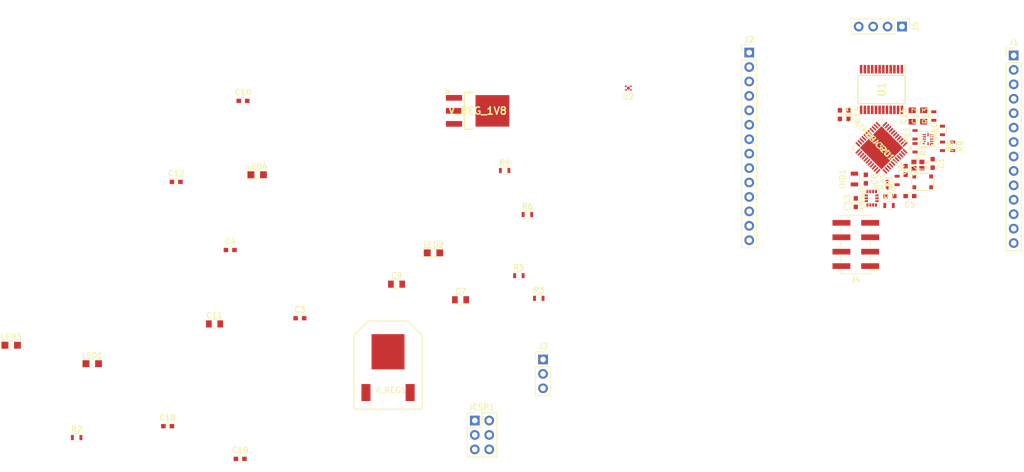
<source format=kicad_pcb>
(kicad_pcb (version 4) (host pcbnew 4.0.6)

  (general
    (links 177)
    (no_connects 177)
    (area 38.824287 20.50238 222.24762 104.825)
    (thickness 1.6)
    (drawings 0)
    (tracks 0)
    (zones 0)
    (modules 53)
    (nets 63)
  )

  (page A4)
  (layers
    (0 F.Cu signal)
    (31 B.Cu signal)
    (32 B.Adhes user)
    (33 F.Adhes user)
    (34 B.Paste user)
    (35 F.Paste user)
    (36 B.SilkS user)
    (37 F.SilkS user)
    (38 B.Mask user)
    (39 F.Mask user)
    (40 Dwgs.User user)
    (41 Cmts.User user)
    (42 Eco1.User user hide)
    (43 Eco2.User user hide)
    (44 Edge.Cuts user)
    (45 Margin user)
    (46 B.CrtYd user hide)
    (47 F.CrtYd user)
    (48 B.Fab user)
    (49 F.Fab user)
  )

  (setup
    (last_trace_width 0.25)
    (trace_clearance 0.2)
    (zone_clearance 0.508)
    (zone_45_only no)
    (trace_min 0.2)
    (segment_width 0.2)
    (edge_width 0.15)
    (via_size 0.6)
    (via_drill 0.4)
    (via_min_size 0.4)
    (via_min_drill 0.3)
    (uvia_size 0.3)
    (uvia_drill 0.1)
    (uvias_allowed no)
    (uvia_min_size 0.2)
    (uvia_min_drill 0.1)
    (pcb_text_width 0.3)
    (pcb_text_size 1.5 1.5)
    (mod_edge_width 0.15)
    (mod_text_size 1 1)
    (mod_text_width 0.15)
    (pad_size 5.8 6.2)
    (pad_drill 0)
    (pad_to_mask_clearance 0.2)
    (aux_axis_origin 0 0)
    (visible_elements 7FFEFFFF)
    (pcbplotparams
      (layerselection 0x00030_80000001)
      (usegerberextensions false)
      (excludeedgelayer true)
      (linewidth 0.100000)
      (plotframeref false)
      (viasonmask false)
      (mode 1)
      (useauxorigin false)
      (hpglpennumber 1)
      (hpglpenspeed 20)
      (hpglpendiameter 15)
      (hpglpenoverlay 2)
      (psnegative false)
      (psa4output false)
      (plotreference true)
      (plotvalue true)
      (plotinvisibletext false)
      (padsonsilk false)
      (subtractmaskfromsilk false)
      (outputformat 1)
      (mirror false)
      (drillshape 1)
      (scaleselection 1)
      (outputdirectory ""))
  )

  (net 0 "")
  (net 1 GND)
  (net 2 /RESET)
  (net 3 "Net-(C1-Pad1)")
  (net 4 "Net-(C2-Pad1)")
  (net 5 "Net-(C3-Pad1)")
  (net 6 /AREF)
  (net 7 +5V)
  (net 8 +12V)
  (net 9 "Net-(C8-Pad1)")
  (net 10 +3V3)
  (net 11 +1V8)
  (net 12 /MISO)
  (net 13 /SCK)
  (net 14 /MOSI)
  (net 15 /RXLED/SS)
  (net 16 /D1/TX)
  (net 17 /D0/RX)
  (net 18 /D2/SDA)
  (net 19 /D3/SCL)
  (net 20 /D7)
  (net 21 /IO8)
  (net 22 /IO9*)
  (net 23 /A5)
  (net 24 /A4)
  (net 25 /A3)
  (net 26 /A2)
  (net 27 /A1)
  (net 28 /A0)
  (net 29 "Net-(J3-Pad2)")
  (net 30 /D6*)
  (net 31 /IRQ)
  (net 32 "Net-(LED1-Pad2)")
  (net 33 "Net-(LED2-Pad2)")
  (net 34 "Net-(LED3-Pad2)")
  (net 35 "Net-(LED4-Pad2)")
  (net 36 /L_HI)
  (net 37 /INT1)
  (net 38 /INT2)
  (net 39 "Net-(LSM6DS3US1-Pad10)")
  (net 40 "Net-(LSM6DS3US1-Pad11)")
  (net 41 /SCL_1V8)
  (net 42 /SDA_1V8)
  (net 43 "Net-(MICRO1-Pad3)")
  (net 44 "Net-(MICRO1-Pad4)")
  (net 45 /IO11*)
  (net 46 /SCL)
  (net 47 /SDA)
  (net 48 /TXLED)
  (net 49 /D4*)
  (net 50 /IO12*)
  (net 51 /IO10*)
  (net 52 /D5*)
  (net 53 /IO13*)
  (net 54 /HWB)
  (net 55 /M2B)
  (net 56 /M2A)
  (net 57 /M1B)
  (net 58 /M1A)
  (net 59 "Net-(U3-Pad12)")
  (net 60 "Net-(U2-Pad5)")
  (net 61 "Net-(BTN1-Pad1)")
  (net 62 "Net-(BTN1-Pad4)")

  (net_class Default "This is the default net class."
    (clearance 0.2)
    (trace_width 0.25)
    (via_dia 0.6)
    (via_drill 0.4)
    (uvia_dia 0.3)
    (uvia_drill 0.1)
    (add_net +12V)
    (add_net +1V8)
    (add_net +3V3)
    (add_net +5V)
    (add_net /A0)
    (add_net /A1)
    (add_net /A2)
    (add_net /A3)
    (add_net /A4)
    (add_net /A5)
    (add_net /AREF)
    (add_net /D0/RX)
    (add_net /D1/TX)
    (add_net /D2/SDA)
    (add_net /D3/SCL)
    (add_net /D4*)
    (add_net /D5*)
    (add_net /D6*)
    (add_net /D7)
    (add_net /HWB)
    (add_net /INT1)
    (add_net /INT2)
    (add_net /IO10*)
    (add_net /IO11*)
    (add_net /IO12*)
    (add_net /IO13*)
    (add_net /IO8)
    (add_net /IO9*)
    (add_net /IRQ)
    (add_net /L_HI)
    (add_net /M1A)
    (add_net /M1B)
    (add_net /M2A)
    (add_net /M2B)
    (add_net /MISO)
    (add_net /MOSI)
    (add_net /RESET)
    (add_net /RXLED/SS)
    (add_net /SCK)
    (add_net /SCL)
    (add_net /SCL_1V8)
    (add_net /SDA)
    (add_net /SDA_1V8)
    (add_net /TXLED)
    (add_net GND)
    (add_net "Net-(BTN1-Pad1)")
    (add_net "Net-(BTN1-Pad4)")
    (add_net "Net-(C1-Pad1)")
    (add_net "Net-(C2-Pad1)")
    (add_net "Net-(C3-Pad1)")
    (add_net "Net-(C8-Pad1)")
    (add_net "Net-(J3-Pad2)")
    (add_net "Net-(LED1-Pad2)")
    (add_net "Net-(LED2-Pad2)")
    (add_net "Net-(LED3-Pad2)")
    (add_net "Net-(LED4-Pad2)")
    (add_net "Net-(LSM6DS3US1-Pad10)")
    (add_net "Net-(LSM6DS3US1-Pad11)")
    (add_net "Net-(MICRO1-Pad3)")
    (add_net "Net-(MICRO1-Pad4)")
    (add_net "Net-(U2-Pad5)")
    (add_net "Net-(U3-Pad12)")
  )

  (module Pin_Headers:Pin_Header_Straight_1x14_Pitch2.54mm (layer F.Cu) (tedit 59DD9F65) (tstamp 59DD7680)
    (at 217.5 31.25)
    (descr "Through hole straight pin header, 1x14, 2.54mm pitch, single row")
    (tags "Through hole pin header THT 1x14 2.54mm single row")
    (path /59DD9BC7)
    (fp_text reference J1 (at 0 -2.33) (layer F.SilkS)
      (effects (font (size 1 1) (thickness 0.15)))
    )
    (fp_text value Conn_01x14 (at 0 35.35 180) (layer F.Fab) hide
      (effects (font (size 1 1) (thickness 0.15)))
    )
    (fp_line (start -0.635 -1.27) (end 1.27 -1.27) (layer F.Fab) (width 0.1))
    (fp_line (start 1.27 -1.27) (end 1.27 34.29) (layer F.Fab) (width 0.1))
    (fp_line (start 1.27 34.29) (end -1.27 34.29) (layer F.Fab) (width 0.1))
    (fp_line (start -1.27 34.29) (end -1.27 -0.635) (layer F.Fab) (width 0.1))
    (fp_line (start -1.27 -0.635) (end -0.635 -1.27) (layer F.Fab) (width 0.1))
    (fp_line (start -1.33 34.35) (end 1.33 34.35) (layer F.SilkS) (width 0.12))
    (fp_line (start -1.33 1.27) (end -1.33 34.35) (layer F.SilkS) (width 0.12))
    (fp_line (start 1.33 1.27) (end 1.33 34.35) (layer F.SilkS) (width 0.12))
    (fp_line (start -1.33 1.27) (end 1.33 1.27) (layer F.SilkS) (width 0.12))
    (fp_line (start -1.33 0) (end -1.33 -1.33) (layer F.SilkS) (width 0.12))
    (fp_line (start -1.33 -1.33) (end 0 -1.33) (layer F.SilkS) (width 0.12))
    (fp_line (start -1.8 -1.8) (end -1.8 34.8) (layer F.CrtYd) (width 0.05))
    (fp_line (start -1.8 34.8) (end 1.8 34.8) (layer F.CrtYd) (width 0.05))
    (fp_line (start 1.8 34.8) (end 1.8 -1.8) (layer F.CrtYd) (width 0.05))
    (fp_line (start 1.8 -1.8) (end -1.8 -1.8) (layer F.CrtYd) (width 0.05))
    (fp_text user %R (at 0 16.51 90) (layer F.Fab)
      (effects (font (size 1 1) (thickness 0.15)))
    )
    (pad 1 thru_hole rect (at 0 0) (size 1.7 1.7) (drill 1) (layers *.Cu *.Mask)
      (net 2 /RESET))
    (pad 2 thru_hole oval (at 0 2.54) (size 1.7 1.7) (drill 1) (layers *.Cu *.Mask)
      (net 51 /IO10*))
    (pad 3 thru_hole oval (at 0 5.08) (size 1.7 1.7) (drill 1) (layers *.Cu *.Mask)
      (net 22 /IO9*))
    (pad 4 thru_hole oval (at 0 7.62) (size 1.7 1.7) (drill 1) (layers *.Cu *.Mask)
      (net 21 /IO8))
    (pad 5 thru_hole oval (at 0 10.16) (size 1.7 1.7) (drill 1) (layers *.Cu *.Mask)
      (net 50 /IO12*))
    (pad 6 thru_hole oval (at 0 12.7) (size 1.7 1.7) (drill 1) (layers *.Cu *.Mask)
      (net 16 /D1/TX))
    (pad 7 thru_hole oval (at 0 15.24) (size 1.7 1.7) (drill 1) (layers *.Cu *.Mask)
      (net 17 /D0/RX))
    (pad 8 thru_hole oval (at 0 17.78) (size 1.7 1.7) (drill 1) (layers *.Cu *.Mask)
      (net 1 GND))
    (pad 9 thru_hole oval (at 0 20.32) (size 1.7 1.7) (drill 1) (layers *.Cu *.Mask)
      (net 2 /RESET))
    (pad 10 thru_hole oval (at 0 22.86) (size 1.7 1.7) (drill 1) (layers *.Cu *.Mask)
      (net 19 /D3/SCL))
    (pad 11 thru_hole oval (at 0 25.4) (size 1.7 1.7) (drill 1) (layers *.Cu *.Mask)
      (net 18 /D2/SDA))
    (pad 12 thru_hole oval (at 0 27.94) (size 1.7 1.7) (drill 1) (layers *.Cu *.Mask)
      (net 45 /IO11*))
    (pad 13 thru_hole oval (at 0 30.48) (size 1.7 1.7) (drill 1) (layers *.Cu *.Mask)
      (net 12 /MISO))
    (pad 14 thru_hole oval (at 0 33.02) (size 1.7 1.7) (drill 1) (layers *.Cu *.Mask)
      (net 14 /MOSI))
    (model ${KISYS3DMOD}/Pin_Headers.3dshapes/Pin_Header_Straight_1x14_Pitch2.54mm.wrl
      (at (xyz 0 0 0))
      (scale (xyz 1 1 1))
      (rotate (xyz 0 0 0))
    )
  )

  (module Pin_Headers:Pin_Header_Straight_1x14_Pitch2.54mm (layer F.Cu) (tedit 59DD9F70) (tstamp 59DD76A2)
    (at 171 30.75)
    (descr "Through hole straight pin header, 1x14, 2.54mm pitch, single row")
    (tags "Through hole pin header THT 1x14 2.54mm single row")
    (path /59DD9A5A)
    (fp_text reference J2 (at 0 -2.33) (layer F.SilkS)
      (effects (font (size 1 1) (thickness 0.15)))
    )
    (fp_text value Conn_01x14 (at 0 35.35) (layer F.Fab) hide
      (effects (font (size 1 1) (thickness 0.15)))
    )
    (fp_line (start -0.635 -1.27) (end 1.27 -1.27) (layer F.Fab) (width 0.1))
    (fp_line (start 1.27 -1.27) (end 1.27 34.29) (layer F.Fab) (width 0.1))
    (fp_line (start 1.27 34.29) (end -1.27 34.29) (layer F.Fab) (width 0.1))
    (fp_line (start -1.27 34.29) (end -1.27 -0.635) (layer F.Fab) (width 0.1))
    (fp_line (start -1.27 -0.635) (end -0.635 -1.27) (layer F.Fab) (width 0.1))
    (fp_line (start -1.33 34.35) (end 1.33 34.35) (layer F.SilkS) (width 0.12))
    (fp_line (start -1.33 1.27) (end -1.33 34.35) (layer F.SilkS) (width 0.12))
    (fp_line (start 1.33 1.27) (end 1.33 34.35) (layer F.SilkS) (width 0.12))
    (fp_line (start -1.33 1.27) (end 1.33 1.27) (layer F.SilkS) (width 0.12))
    (fp_line (start -1.33 0) (end -1.33 -1.33) (layer F.SilkS) (width 0.12))
    (fp_line (start -1.33 -1.33) (end 0 -1.33) (layer F.SilkS) (width 0.12))
    (fp_line (start -1.8 -1.8) (end -1.8 34.8) (layer F.CrtYd) (width 0.05))
    (fp_line (start -1.8 34.8) (end 1.8 34.8) (layer F.CrtYd) (width 0.05))
    (fp_line (start 1.8 34.8) (end 1.8 -1.8) (layer F.CrtYd) (width 0.05))
    (fp_line (start 1.8 -1.8) (end -1.8 -1.8) (layer F.CrtYd) (width 0.05))
    (fp_text user %R (at 0 16.51 90) (layer F.Fab)
      (effects (font (size 1 1) (thickness 0.15)))
    )
    (pad 1 thru_hole rect (at 0 0) (size 1.7 1.7) (drill 1) (layers *.Cu *.Mask)
      (net 53 /IO13*))
    (pad 2 thru_hole oval (at 0 2.54) (size 1.7 1.7) (drill 1) (layers *.Cu *.Mask)
      (net 7 +5V))
    (pad 3 thru_hole oval (at 0 5.08) (size 1.7 1.7) (drill 1) (layers *.Cu *.Mask)
      (net 28 /A0))
    (pad 4 thru_hole oval (at 0 7.62) (size 1.7 1.7) (drill 1) (layers *.Cu *.Mask)
      (net 27 /A1))
    (pad 5 thru_hole oval (at 0 10.16) (size 1.7 1.7) (drill 1) (layers *.Cu *.Mask)
      (net 26 /A2))
    (pad 6 thru_hole oval (at 0 12.7) (size 1.7 1.7) (drill 1) (layers *.Cu *.Mask)
      (net 25 /A3))
    (pad 7 thru_hole oval (at 0 15.24) (size 1.7 1.7) (drill 1) (layers *.Cu *.Mask)
      (net 24 /A4))
    (pad 8 thru_hole oval (at 0 17.78) (size 1.7 1.7) (drill 1) (layers *.Cu *.Mask)
      (net 23 /A5))
    (pad 9 thru_hole oval (at 0 20.32) (size 1.7 1.7) (drill 1) (layers *.Cu *.Mask)
      (net 6 /AREF))
    (pad 10 thru_hole oval (at 0 22.86) (size 1.7 1.7) (drill 1) (layers *.Cu *.Mask)
      (net 1 GND))
    (pad 11 thru_hole oval (at 0 25.4) (size 1.7 1.7) (drill 1) (layers *.Cu *.Mask)
      (net 20 /D7))
    (pad 12 thru_hole oval (at 0 27.94) (size 1.7 1.7) (drill 1) (layers *.Cu *.Mask)
      (net 8 +12V))
    (pad 13 thru_hole oval (at 0 30.48) (size 1.7 1.7) (drill 1) (layers *.Cu *.Mask)
      (net 15 /RXLED/SS))
    (pad 14 thru_hole oval (at 0 33.02) (size 1.7 1.7) (drill 1) (layers *.Cu *.Mask)
      (net 13 /SCK))
    (model ${KISYS3DMOD}/Pin_Headers.3dshapes/Pin_Header_Straight_1x14_Pitch2.54mm.wrl
      (at (xyz 0 0 0))
      (scale (xyz 1 1 1))
      (rotate (xyz 0 0 0))
    )
  )

  (module footprints:ATMEGA32U4-MUR (layer F.Cu) (tedit 0) (tstamp 59DD780D)
    (at 194.25 47.5 135)
    (path /59CBDC99)
    (fp_text reference MICRO1 (at 0 0 135) (layer F.SilkS)
      (effects (font (size 1 1) (thickness 0.15)))
    )
    (fp_text value ATMEGA32U4-MU (at 0 0 135) (layer F.SilkS)
      (effects (font (size 1 1) (thickness 0.15)))
    )
    (fp_text user "Copyright 2016 Accelerated Designs. All rights reserved." (at 0 0 135) (layer Cmts.User)
      (effects (font (size 0.127 0.127) (thickness 0.002)))
    )
    (fp_line (start -3.55 -2.280001) (end -2.280001 -3.55) (layer Dwgs.User) (width 0.1524))
    (fp_line (start 2.35 -3.55) (end 2.65 -3.55) (layer Dwgs.User) (width 0.1524))
    (fp_line (start 2.65 -3.55) (end 2.65 -3.55) (layer Dwgs.User) (width 0.1524))
    (fp_line (start 2.65 -3.55) (end 2.35 -3.55) (layer Dwgs.User) (width 0.1524))
    (fp_line (start 2.35 -3.55) (end 2.35 -3.55) (layer Dwgs.User) (width 0.1524))
    (fp_line (start 1.85 -3.55) (end 2.15 -3.55) (layer Dwgs.User) (width 0.1524))
    (fp_line (start 2.15 -3.55) (end 2.15 -3.55) (layer Dwgs.User) (width 0.1524))
    (fp_line (start 2.15 -3.55) (end 1.85 -3.55) (layer Dwgs.User) (width 0.1524))
    (fp_line (start 1.85 -3.55) (end 1.85 -3.55) (layer Dwgs.User) (width 0.1524))
    (fp_line (start 1.35 -3.55) (end 1.65 -3.55) (layer Dwgs.User) (width 0.1524))
    (fp_line (start 1.65 -3.55) (end 1.65 -3.55) (layer Dwgs.User) (width 0.1524))
    (fp_line (start 1.65 -3.55) (end 1.35 -3.55) (layer Dwgs.User) (width 0.1524))
    (fp_line (start 1.35 -3.55) (end 1.35 -3.55) (layer Dwgs.User) (width 0.1524))
    (fp_line (start 0.85 -3.55) (end 1.15 -3.55) (layer Dwgs.User) (width 0.1524))
    (fp_line (start 1.15 -3.55) (end 1.15 -3.55) (layer Dwgs.User) (width 0.1524))
    (fp_line (start 1.15 -3.55) (end 0.85 -3.55) (layer Dwgs.User) (width 0.1524))
    (fp_line (start 0.85 -3.55) (end 0.85 -3.55) (layer Dwgs.User) (width 0.1524))
    (fp_line (start 0.35 -3.55) (end 0.65 -3.55) (layer Dwgs.User) (width 0.1524))
    (fp_line (start 0.65 -3.55) (end 0.65 -3.55) (layer Dwgs.User) (width 0.1524))
    (fp_line (start 0.65 -3.55) (end 0.35 -3.55) (layer Dwgs.User) (width 0.1524))
    (fp_line (start 0.35 -3.55) (end 0.35 -3.55) (layer Dwgs.User) (width 0.1524))
    (fp_line (start -0.15 -3.55) (end 0.15 -3.55) (layer Dwgs.User) (width 0.1524))
    (fp_line (start 0.15 -3.55) (end 0.15 -3.55) (layer Dwgs.User) (width 0.1524))
    (fp_line (start 0.15 -3.55) (end -0.15 -3.55) (layer Dwgs.User) (width 0.1524))
    (fp_line (start -0.15 -3.55) (end -0.15 -3.55) (layer Dwgs.User) (width 0.1524))
    (fp_line (start -0.65 -3.55) (end -0.35 -3.55) (layer Dwgs.User) (width 0.1524))
    (fp_line (start -0.35 -3.55) (end -0.35 -3.55) (layer Dwgs.User) (width 0.1524))
    (fp_line (start -0.35 -3.55) (end -0.65 -3.55) (layer Dwgs.User) (width 0.1524))
    (fp_line (start -0.65 -3.55) (end -0.65 -3.55) (layer Dwgs.User) (width 0.1524))
    (fp_line (start -1.15 -3.55) (end -0.85 -3.55) (layer Dwgs.User) (width 0.1524))
    (fp_line (start -0.85 -3.55) (end -0.85 -3.55) (layer Dwgs.User) (width 0.1524))
    (fp_line (start -0.85 -3.55) (end -1.15 -3.55) (layer Dwgs.User) (width 0.1524))
    (fp_line (start -1.15 -3.55) (end -1.15 -3.55) (layer Dwgs.User) (width 0.1524))
    (fp_line (start -1.65 -3.55) (end -1.35 -3.55) (layer Dwgs.User) (width 0.1524))
    (fp_line (start -1.35 -3.55) (end -1.35 -3.55) (layer Dwgs.User) (width 0.1524))
    (fp_line (start -1.35 -3.55) (end -1.65 -3.55) (layer Dwgs.User) (width 0.1524))
    (fp_line (start -1.65 -3.55) (end -1.65 -3.55) (layer Dwgs.User) (width 0.1524))
    (fp_line (start -2.15 -3.55) (end -1.85 -3.55) (layer Dwgs.User) (width 0.1524))
    (fp_line (start -1.85 -3.55) (end -1.85 -3.55) (layer Dwgs.User) (width 0.1524))
    (fp_line (start -1.85 -3.55) (end -2.15 -3.55) (layer Dwgs.User) (width 0.1524))
    (fp_line (start -2.15 -3.55) (end -2.15 -3.55) (layer Dwgs.User) (width 0.1524))
    (fp_line (start -2.65 -3.55) (end -2.35 -3.55) (layer Dwgs.User) (width 0.1524))
    (fp_line (start -2.35 -3.55) (end -2.35 -3.55) (layer Dwgs.User) (width 0.1524))
    (fp_line (start -2.35 -3.55) (end -2.65 -3.55) (layer Dwgs.User) (width 0.1524))
    (fp_line (start -2.65 -3.55) (end -2.65 -3.55) (layer Dwgs.User) (width 0.1524))
    (fp_line (start -3.55 -2.35) (end -3.55 -2.65) (layer Dwgs.User) (width 0.1524))
    (fp_line (start -3.55 -2.65) (end -3.55 -2.65) (layer Dwgs.User) (width 0.1524))
    (fp_line (start -3.55 -2.65) (end -3.55 -2.35) (layer Dwgs.User) (width 0.1524))
    (fp_line (start -3.55 -2.35) (end -3.55 -2.35) (layer Dwgs.User) (width 0.1524))
    (fp_line (start -3.55 -1.85) (end -3.55 -2.15) (layer Dwgs.User) (width 0.1524))
    (fp_line (start -3.55 -2.15) (end -3.55 -2.15) (layer Dwgs.User) (width 0.1524))
    (fp_line (start -3.55 -2.15) (end -3.55 -1.85) (layer Dwgs.User) (width 0.1524))
    (fp_line (start -3.55 -1.85) (end -3.55 -1.85) (layer Dwgs.User) (width 0.1524))
    (fp_line (start -3.55 -1.35) (end -3.55 -1.65) (layer Dwgs.User) (width 0.1524))
    (fp_line (start -3.55 -1.65) (end -3.55 -1.65) (layer Dwgs.User) (width 0.1524))
    (fp_line (start -3.55 -1.65) (end -3.55 -1.35) (layer Dwgs.User) (width 0.1524))
    (fp_line (start -3.55 -1.35) (end -3.55 -1.35) (layer Dwgs.User) (width 0.1524))
    (fp_line (start -3.55 -0.85) (end -3.55 -1.15) (layer Dwgs.User) (width 0.1524))
    (fp_line (start -3.55 -1.15) (end -3.55 -1.15) (layer Dwgs.User) (width 0.1524))
    (fp_line (start -3.55 -1.15) (end -3.55 -0.85) (layer Dwgs.User) (width 0.1524))
    (fp_line (start -3.55 -0.85) (end -3.55 -0.85) (layer Dwgs.User) (width 0.1524))
    (fp_line (start -3.55 -0.35) (end -3.55 -0.65) (layer Dwgs.User) (width 0.1524))
    (fp_line (start -3.55 -0.65) (end -3.55 -0.65) (layer Dwgs.User) (width 0.1524))
    (fp_line (start -3.55 -0.65) (end -3.55 -0.35) (layer Dwgs.User) (width 0.1524))
    (fp_line (start -3.55 -0.35) (end -3.55 -0.35) (layer Dwgs.User) (width 0.1524))
    (fp_line (start -3.55 0.15) (end -3.55 -0.15) (layer Dwgs.User) (width 0.1524))
    (fp_line (start -3.55 -0.15) (end -3.55 -0.15) (layer Dwgs.User) (width 0.1524))
    (fp_line (start -3.55 -0.15) (end -3.55 0.15) (layer Dwgs.User) (width 0.1524))
    (fp_line (start -3.55 0.15) (end -3.55 0.15) (layer Dwgs.User) (width 0.1524))
    (fp_line (start -3.55 0.65) (end -3.55 0.35) (layer Dwgs.User) (width 0.1524))
    (fp_line (start -3.55 0.35) (end -3.55 0.35) (layer Dwgs.User) (width 0.1524))
    (fp_line (start -3.55 0.35) (end -3.55 0.65) (layer Dwgs.User) (width 0.1524))
    (fp_line (start -3.55 0.65) (end -3.55 0.65) (layer Dwgs.User) (width 0.1524))
    (fp_line (start -3.55 1.15) (end -3.55 0.85) (layer Dwgs.User) (width 0.1524))
    (fp_line (start -3.55 0.85) (end -3.55 0.85) (layer Dwgs.User) (width 0.1524))
    (fp_line (start -3.55 0.85) (end -3.55 1.15) (layer Dwgs.User) (width 0.1524))
    (fp_line (start -3.55 1.15) (end -3.55 1.15) (layer Dwgs.User) (width 0.1524))
    (fp_line (start -3.55 1.65) (end -3.55 1.35) (layer Dwgs.User) (width 0.1524))
    (fp_line (start -3.55 1.35) (end -3.55 1.35) (layer Dwgs.User) (width 0.1524))
    (fp_line (start -3.55 1.35) (end -3.55 1.65) (layer Dwgs.User) (width 0.1524))
    (fp_line (start -3.55 1.65) (end -3.55 1.65) (layer Dwgs.User) (width 0.1524))
    (fp_line (start -3.55 2.15) (end -3.55 1.85) (layer Dwgs.User) (width 0.1524))
    (fp_line (start -3.55 1.85) (end -3.55 1.85) (layer Dwgs.User) (width 0.1524))
    (fp_line (start -3.55 1.85) (end -3.55 2.15) (layer Dwgs.User) (width 0.1524))
    (fp_line (start -3.55 2.15) (end -3.55 2.15) (layer Dwgs.User) (width 0.1524))
    (fp_line (start -3.55 2.65) (end -3.55 2.35) (layer Dwgs.User) (width 0.1524))
    (fp_line (start -3.55 2.35) (end -3.55 2.35) (layer Dwgs.User) (width 0.1524))
    (fp_line (start -3.55 2.35) (end -3.55 2.65) (layer Dwgs.User) (width 0.1524))
    (fp_line (start -3.55 2.65) (end -3.55 2.65) (layer Dwgs.User) (width 0.1524))
    (fp_line (start -2.35 3.55) (end -2.65 3.55) (layer Dwgs.User) (width 0.1524))
    (fp_line (start -2.65 3.55) (end -2.65 3.55) (layer Dwgs.User) (width 0.1524))
    (fp_line (start -2.65 3.55) (end -2.35 3.55) (layer Dwgs.User) (width 0.1524))
    (fp_line (start -2.35 3.55) (end -2.35 3.55) (layer Dwgs.User) (width 0.1524))
    (fp_line (start -1.85 3.55) (end -2.15 3.55) (layer Dwgs.User) (width 0.1524))
    (fp_line (start -2.15 3.55) (end -2.15 3.55) (layer Dwgs.User) (width 0.1524))
    (fp_line (start -2.15 3.55) (end -1.85 3.55) (layer Dwgs.User) (width 0.1524))
    (fp_line (start -1.85 3.55) (end -1.85 3.55) (layer Dwgs.User) (width 0.1524))
    (fp_line (start -1.35 3.55) (end -1.65 3.55) (layer Dwgs.User) (width 0.1524))
    (fp_line (start -1.65 3.55) (end -1.65 3.55) (layer Dwgs.User) (width 0.1524))
    (fp_line (start -1.65 3.55) (end -1.35 3.55) (layer Dwgs.User) (width 0.1524))
    (fp_line (start -1.35 3.55) (end -1.35 3.55) (layer Dwgs.User) (width 0.1524))
    (fp_line (start -0.85 3.55) (end -1.15 3.55) (layer Dwgs.User) (width 0.1524))
    (fp_line (start -1.15 3.55) (end -1.15 3.55) (layer Dwgs.User) (width 0.1524))
    (fp_line (start -1.15 3.55) (end -0.85 3.55) (layer Dwgs.User) (width 0.1524))
    (fp_line (start -0.85 3.55) (end -0.85 3.55) (layer Dwgs.User) (width 0.1524))
    (fp_line (start -0.35 3.55) (end -0.65 3.55) (layer Dwgs.User) (width 0.1524))
    (fp_line (start -0.65 3.55) (end -0.65 3.55) (layer Dwgs.User) (width 0.1524))
    (fp_line (start -0.65 3.55) (end -0.35 3.55) (layer Dwgs.User) (width 0.1524))
    (fp_line (start -0.35 3.55) (end -0.35 3.55) (layer Dwgs.User) (width 0.1524))
    (fp_line (start 0.15 3.55) (end -0.15 3.55) (layer Dwgs.User) (width 0.1524))
    (fp_line (start -0.15 3.55) (end -0.15 3.55) (layer Dwgs.User) (width 0.1524))
    (fp_line (start -0.15 3.55) (end 0.15 3.55) (layer Dwgs.User) (width 0.1524))
    (fp_line (start 0.15 3.55) (end 0.15 3.55) (layer Dwgs.User) (width 0.1524))
    (fp_line (start 0.65 3.55) (end 0.35 3.55) (layer Dwgs.User) (width 0.1524))
    (fp_line (start 0.35 3.55) (end 0.35 3.55) (layer Dwgs.User) (width 0.1524))
    (fp_line (start 0.35 3.55) (end 0.65 3.55) (layer Dwgs.User) (width 0.1524))
    (fp_line (start 0.65 3.55) (end 0.65 3.55) (layer Dwgs.User) (width 0.1524))
    (fp_line (start 1.15 3.55) (end 0.85 3.55) (layer Dwgs.User) (width 0.1524))
    (fp_line (start 0.85 3.55) (end 0.85 3.55) (layer Dwgs.User) (width 0.1524))
    (fp_line (start 0.85 3.55) (end 1.15 3.55) (layer Dwgs.User) (width 0.1524))
    (fp_line (start 1.15 3.55) (end 1.15 3.55) (layer Dwgs.User) (width 0.1524))
    (fp_line (start 1.65 3.55) (end 1.35 3.55) (layer Dwgs.User) (width 0.1524))
    (fp_line (start 1.35 3.55) (end 1.35 3.55) (layer Dwgs.User) (width 0.1524))
    (fp_line (start 1.35 3.55) (end 1.65 3.55) (layer Dwgs.User) (width 0.1524))
    (fp_line (start 1.65 3.55) (end 1.65 3.55) (layer Dwgs.User) (width 0.1524))
    (fp_line (start 2.15 3.55) (end 1.85 3.55) (layer Dwgs.User) (width 0.1524))
    (fp_line (start 1.85 3.55) (end 1.85 3.55) (layer Dwgs.User) (width 0.1524))
    (fp_line (start 1.85 3.55) (end 2.15 3.55) (layer Dwgs.User) (width 0.1524))
    (fp_line (start 2.15 3.55) (end 2.15 3.55) (layer Dwgs.User) (width 0.1524))
    (fp_line (start 2.65 3.55) (end 2.35 3.55) (layer Dwgs.User) (width 0.1524))
    (fp_line (start 2.35 3.55) (end 2.35 3.55) (layer Dwgs.User) (width 0.1524))
    (fp_line (start 2.35 3.55) (end 2.65 3.55) (layer Dwgs.User) (width 0.1524))
    (fp_line (start 2.65 3.55) (end 2.65 3.55) (layer Dwgs.User) (width 0.1524))
    (fp_line (start 3.55 2.35) (end 3.55 2.65) (layer Dwgs.User) (width 0.1524))
    (fp_line (start 3.55 2.65) (end 3.55 2.65) (layer Dwgs.User) (width 0.1524))
    (fp_line (start 3.55 2.65) (end 3.55 2.35) (layer Dwgs.User) (width 0.1524))
    (fp_line (start 3.55 2.35) (end 3.55 2.35) (layer Dwgs.User) (width 0.1524))
    (fp_line (start 3.55 1.85) (end 3.55 2.15) (layer Dwgs.User) (width 0.1524))
    (fp_line (start 3.55 2.15) (end 3.55 2.15) (layer Dwgs.User) (width 0.1524))
    (fp_line (start 3.55 2.15) (end 3.55 1.85) (layer Dwgs.User) (width 0.1524))
    (fp_line (start 3.55 1.85) (end 3.55 1.85) (layer Dwgs.User) (width 0.1524))
    (fp_line (start 3.55 1.35) (end 3.55 1.65) (layer Dwgs.User) (width 0.1524))
    (fp_line (start 3.55 1.65) (end 3.55 1.65) (layer Dwgs.User) (width 0.1524))
    (fp_line (start 3.55 1.65) (end 3.55 1.35) (layer Dwgs.User) (width 0.1524))
    (fp_line (start 3.55 1.35) (end 3.55 1.35) (layer Dwgs.User) (width 0.1524))
    (fp_line (start 3.55 0.85) (end 3.55 1.15) (layer Dwgs.User) (width 0.1524))
    (fp_line (start 3.55 1.15) (end 3.55 1.15) (layer Dwgs.User) (width 0.1524))
    (fp_line (start 3.55 1.15) (end 3.55 0.85) (layer Dwgs.User) (width 0.1524))
    (fp_line (start 3.55 0.85) (end 3.55 0.85) (layer Dwgs.User) (width 0.1524))
    (fp_line (start 3.55 0.35) (end 3.55 0.65) (layer Dwgs.User) (width 0.1524))
    (fp_line (start 3.55 0.65) (end 3.55 0.65) (layer Dwgs.User) (width 0.1524))
    (fp_line (start 3.55 0.65) (end 3.55 0.35) (layer Dwgs.User) (width 0.1524))
    (fp_line (start 3.55 0.35) (end 3.55 0.35) (layer Dwgs.User) (width 0.1524))
    (fp_line (start 3.55 -0.15) (end 3.55 0.15) (layer Dwgs.User) (width 0.1524))
    (fp_line (start 3.55 0.15) (end 3.55 0.15) (layer Dwgs.User) (width 0.1524))
    (fp_line (start 3.55 0.15) (end 3.55 -0.15) (layer Dwgs.User) (width 0.1524))
    (fp_line (start 3.55 -0.15) (end 3.55 -0.15) (layer Dwgs.User) (width 0.1524))
    (fp_line (start 3.55 -0.65) (end 3.55 -0.35) (layer Dwgs.User) (width 0.1524))
    (fp_line (start 3.55 -0.35) (end 3.55 -0.35) (layer Dwgs.User) (width 0.1524))
    (fp_line (start 3.55 -0.35) (end 3.55 -0.65) (layer Dwgs.User) (width 0.1524))
    (fp_line (start 3.55 -0.65) (end 3.55 -0.65) (layer Dwgs.User) (width 0.1524))
    (fp_line (start 3.55 -1.15) (end 3.55 -0.85) (layer Dwgs.User) (width 0.1524))
    (fp_line (start 3.55 -0.85) (end 3.55 -0.85) (layer Dwgs.User) (width 0.1524))
    (fp_line (start 3.55 -0.85) (end 3.55 -1.15) (layer Dwgs.User) (width 0.1524))
    (fp_line (start 3.55 -1.15) (end 3.55 -1.15) (layer Dwgs.User) (width 0.1524))
    (fp_line (start 3.55 -1.65) (end 3.55 -1.35) (layer Dwgs.User) (width 0.1524))
    (fp_line (start 3.55 -1.35) (end 3.55 -1.35) (layer Dwgs.User) (width 0.1524))
    (fp_line (start 3.55 -1.35) (end 3.55 -1.65) (layer Dwgs.User) (width 0.1524))
    (fp_line (start 3.55 -1.65) (end 3.55 -1.65) (layer Dwgs.User) (width 0.1524))
    (fp_line (start 3.55 -2.15) (end 3.55 -1.85) (layer Dwgs.User) (width 0.1524))
    (fp_line (start 3.55 -1.85) (end 3.55 -1.85) (layer Dwgs.User) (width 0.1524))
    (fp_line (start 3.55 -1.85) (end 3.55 -2.15) (layer Dwgs.User) (width 0.1524))
    (fp_line (start 3.55 -2.15) (end 3.55 -2.15) (layer Dwgs.User) (width 0.1524))
    (fp_line (start 3.55 -2.65) (end 3.55 -2.35) (layer Dwgs.User) (width 0.1524))
    (fp_line (start 3.55 -2.35) (end 3.55 -2.35) (layer Dwgs.User) (width 0.1524))
    (fp_line (start 3.55 -2.35) (end 3.55 -2.65) (layer Dwgs.User) (width 0.1524))
    (fp_line (start 3.55 -2.65) (end 3.55 -2.65) (layer Dwgs.User) (width 0.1524))
    (fp_line (start -3.677 3.677) (end -2.98274 3.677) (layer F.SilkS) (width 0.1524))
    (fp_line (start 3.677 3.677) (end 3.677 2.98274) (layer F.SilkS) (width 0.1524))
    (fp_line (start 3.677 -3.677) (end 2.98274 -3.677) (layer F.SilkS) (width 0.1524))
    (fp_line (start -2.98274 -3.677) (end -3.677 -3.677) (layer F.SilkS) (width 0.1524))
    (fp_line (start -3.677 -3.677) (end -3.677 -2.98274) (layer F.SilkS) (width 0.1524))
    (fp_line (start -3.55 3.55) (end 3.55 3.55) (layer Dwgs.User) (width 0.1524))
    (fp_line (start 3.55 3.55) (end 3.55 3.55) (layer Dwgs.User) (width 0.1524))
    (fp_line (start 3.55 3.55) (end 3.55 -3.55) (layer Dwgs.User) (width 0.1524))
    (fp_line (start 3.55 -3.55) (end 3.55 -3.55) (layer Dwgs.User) (width 0.1524))
    (fp_line (start 3.55 -3.55) (end -3.55 -3.55) (layer Dwgs.User) (width 0.1524))
    (fp_line (start -3.55 -3.55) (end -3.55 -3.55) (layer Dwgs.User) (width 0.1524))
    (fp_line (start -3.55 -3.55) (end -3.55 3.55) (layer Dwgs.User) (width 0.1524))
    (fp_line (start -3.55 3.55) (end -3.55 3.55) (layer Dwgs.User) (width 0.1524))
    (fp_line (start -3.677 2.98274) (end -3.677 3.677) (layer F.SilkS) (width 0.1524))
    (fp_line (start 2.98274 3.677) (end 3.677 3.677) (layer F.SilkS) (width 0.1524))
    (fp_line (start 3.677 -2.98274) (end 3.677 -3.677) (layer F.SilkS) (width 0.1524))
    (pad 1 smd rect (at 0 -3.3574 135) (size 0.3 0.9948) (layers F.Cu)
      (net 20 /D7))
    (pad 2 smd rect (at -0.499999 -3.3574 135) (size 0.3 0.9948) (layers F.Cu)
      (net 7 +5V))
    (pad 3 smd rect (at -1.000001 -3.3574 135) (size 0.3 0.9948) (layers F.Cu)
      (net 43 "Net-(MICRO1-Pad3)"))
    (pad 4 smd rect (at -1.5 -3.3574 135) (size 0.3 0.9948) (layers F.Cu)
      (net 44 "Net-(MICRO1-Pad4)"))
    (pad 5 smd rect (at -2.000001 -3.3574 135) (size 0.3 0.9948) (layers F.Cu)
      (net 1 GND))
    (pad 6 smd rect (at -2.5 -3.3574 135) (size 0.3 0.9948) (layers F.Cu)
      (net 5 "Net-(C3-Pad1)"))
    (pad 7 smd rect (at -3.3574 -2.5 225) (size 0.3 0.9948) (layers F.Cu)
      (net 1 GND))
    (pad 8 smd rect (at -3.3574 -2.000001 225) (size 0.3 0.9948) (layers F.Cu)
      (net 15 /RXLED/SS))
    (pad 9 smd rect (at -3.3574 -1.5 225) (size 0.3 0.9948) (layers F.Cu)
      (net 13 /SCK))
    (pad 10 smd rect (at -3.3574 -1.000001 225) (size 0.3 0.9948) (layers F.Cu)
      (net 14 /MOSI))
    (pad 11 smd rect (at -3.3574 -0.499999 225) (size 0.3 0.9948) (layers F.Cu)
      (net 12 /MISO))
    (pad 12 smd rect (at -3.3574 0 225) (size 0.3 0.9948) (layers F.Cu)
      (net 45 /IO11*))
    (pad 13 smd rect (at -3.3574 0.499999 225) (size 0.3 0.9948) (layers F.Cu)
      (net 2 /RESET))
    (pad 14 smd rect (at -3.3574 1.000001 225) (size 0.3 0.9948) (layers F.Cu)
      (net 7 +5V))
    (pad 15 smd rect (at -3.3574 1.5 225) (size 0.3 0.9948) (layers F.Cu)
      (net 1 GND))
    (pad 16 smd rect (at -3.3574 2.000001 225) (size 0.3 0.9948) (layers F.Cu)
      (net 4 "Net-(C2-Pad1)"))
    (pad 17 smd rect (at -3.3574 2.5 225) (size 0.3 0.9948) (layers F.Cu)
      (net 3 "Net-(C1-Pad1)"))
    (pad 18 smd rect (at -2.5 3.3574 135) (size 0.3 0.9948) (layers F.Cu)
      (net 46 /SCL))
    (pad 19 smd rect (at -2.000001 3.3574 135) (size 0.3 0.9948) (layers F.Cu)
      (net 47 /SDA))
    (pad 20 smd rect (at -1.5 3.3574 135) (size 0.3 0.9948) (layers F.Cu)
      (net 17 /D0/RX))
    (pad 21 smd rect (at -1.000001 3.3574 135) (size 0.3 0.9948) (layers F.Cu)
      (net 16 /D1/TX))
    (pad 22 smd rect (at -0.499999 3.3574 135) (size 0.3 0.9948) (layers F.Cu)
      (net 48 /TXLED))
    (pad 23 smd rect (at 0 3.3574 135) (size 0.3 0.9948) (layers F.Cu)
      (net 1 GND))
    (pad 24 smd rect (at 0.499999 3.3574 135) (size 0.3 0.9948) (layers F.Cu)
      (net 7 +5V))
    (pad 25 smd rect (at 1.000001 3.3574 135) (size 0.3 0.9948) (layers F.Cu)
      (net 49 /D4*))
    (pad 26 smd rect (at 1.5 3.3574 135) (size 0.3 0.9948) (layers F.Cu)
      (net 50 /IO12*))
    (pad 27 smd rect (at 2.000001 3.3574 135) (size 0.3 0.9948) (layers F.Cu)
      (net 30 /D6*))
    (pad 28 smd rect (at 2.5 3.3574 135) (size 0.3 0.9948) (layers F.Cu)
      (net 21 /IO8))
    (pad 29 smd rect (at 3.3574 2.5 225) (size 0.3 0.9948) (layers F.Cu)
      (net 22 /IO9*))
    (pad 30 smd rect (at 3.3574 2.000001 225) (size 0.3 0.9948) (layers F.Cu)
      (net 51 /IO10*))
    (pad 31 smd rect (at 3.3574 1.5 225) (size 0.3 0.9948) (layers F.Cu)
      (net 52 /D5*))
    (pad 32 smd rect (at 3.3574 1.000001 225) (size 0.3 0.9948) (layers F.Cu)
      (net 53 /IO13*))
    (pad 33 smd rect (at 3.3574 0.499999 225) (size 0.3 0.9948) (layers F.Cu)
      (net 54 /HWB))
    (pad 34 smd rect (at 3.3574 0 225) (size 0.3 0.9948) (layers F.Cu)
      (net 7 +5V))
    (pad 35 smd rect (at 3.3574 -0.499999 225) (size 0.3 0.9948) (layers F.Cu)
      (net 1 GND))
    (pad 36 smd rect (at 3.3574 -1.000001 225) (size 0.3 0.9948) (layers F.Cu)
      (net 28 /A0))
    (pad 37 smd rect (at 3.3574 -1.5 225) (size 0.3 0.9948) (layers F.Cu)
      (net 27 /A1))
    (pad 38 smd rect (at 3.3574 -2.000001 225) (size 0.3 0.9948) (layers F.Cu)
      (net 26 /A2))
    (pad 39 smd rect (at 3.3574 -2.5 225) (size 0.3 0.9948) (layers F.Cu)
      (net 25 /A3))
    (pad 40 smd rect (at 2.5 -3.3574 135) (size 0.3 0.9948) (layers F.Cu)
      (net 24 /A4))
    (pad 41 smd rect (at 2.000001 -3.3574 135) (size 0.3 0.9948) (layers F.Cu)
      (net 23 /A5))
    (pad 42 smd rect (at 1.5 -3.3574 135) (size 0.3 0.9948) (layers F.Cu)
      (net 6 /AREF))
    (pad 43 smd rect (at 1.000001 -3.3574 135) (size 0.3 0.9948) (layers F.Cu)
      (net 1 GND))
    (pad 44 smd rect (at 0.499999 -3.3574 135) (size 0.3 0.9948) (layers F.Cu)
      (net 9 "Net-(C8-Pad1)"))
    (pad 45 smd rect (at 0 0 135) (size 5.399999 5.399999) (layers F.Cu))
    (pad 45 smd rect (at 0 0 135) (size 0.0254 0.0254) (layers F.Paste))
  )

  (module footprints:KMT071_NGJ_LHS (layer F.Cu) (tedit 59DC5455) (tstamp 59DDF056)
    (at 201.5 53.5 180)
    (path /59CD35BF)
    (fp_text reference BTN1 (at 0.09 2.18 180) (layer F.SilkS)
      (effects (font (size 0.3 0.3) (thickness 0.06)))
    )
    (fp_text value CKN10291CT-ND (at 0.06 -2.3 180) (layer F.Fab)
      (effects (font (size 0.3 0.3) (thickness 0.06)))
    )
    (fp_line (start -2 0.8) (end -2 -0.8) (layer F.SilkS) (width 0.15))
    (fp_line (start 1.2 1.5) (end -1.2 1.5) (layer F.SilkS) (width 0.15))
    (fp_line (start 2 -0.8) (end 2 0.8) (layer F.SilkS) (width 0.15))
    (fp_line (start -1.2 -1.5) (end 1.2 -1.5) (layer F.SilkS) (width 0.15))
    (fp_circle (center -2.4 -0.95) (end -2.4 -0.85) (layer F.SilkS) (width 0.2))
    (pad 1 smd rect (at -1.475 -0.95 180) (size 0.65 0.7) (layers F.Cu F.Paste F.Mask)
      (net 61 "Net-(BTN1-Pad1)"))
    (pad 2 smd rect (at 1.475 -0.95 180) (size 0.65 0.7) (layers F.Cu F.Paste F.Mask)
      (net 2 /RESET))
    (pad 3 smd rect (at -1.475 0.95 180) (size 0.65 0.7) (layers F.Cu F.Paste F.Mask)
      (net 1 GND))
    (pad 4 smd rect (at 1.475 0.95 180) (size 0.65 0.7) (layers F.Cu F.Paste F.Mask)
      (net 62 "Net-(BTN1-Pad4)"))
  )

  (module Capacitors_SMD:C_0603 (layer F.Cu) (tedit 59958EE7) (tstamp 59DDF067)
    (at 203.25 50.25 270)
    (descr "Capacitor SMD 0603, reflow soldering, AVX (see smccp.pdf)")
    (tags "capacitor 0603")
    (path /59CBE101)
    (attr smd)
    (fp_text reference C1 (at 0 -1.5 270) (layer F.SilkS)
      (effects (font (size 1 1) (thickness 0.15)))
    )
    (fp_text value 10pF (at 0 1.5 270) (layer F.Fab)
      (effects (font (size 1 1) (thickness 0.15)))
    )
    (fp_line (start 1.4 0.65) (end -1.4 0.65) (layer F.CrtYd) (width 0.05))
    (fp_line (start 1.4 0.65) (end 1.4 -0.65) (layer F.CrtYd) (width 0.05))
    (fp_line (start -1.4 -0.65) (end -1.4 0.65) (layer F.CrtYd) (width 0.05))
    (fp_line (start -1.4 -0.65) (end 1.4 -0.65) (layer F.CrtYd) (width 0.05))
    (fp_line (start 0.35 0.6) (end -0.35 0.6) (layer F.SilkS) (width 0.12))
    (fp_line (start -0.35 -0.6) (end 0.35 -0.6) (layer F.SilkS) (width 0.12))
    (fp_line (start -0.8 -0.4) (end 0.8 -0.4) (layer F.Fab) (width 0.1))
    (fp_line (start 0.8 -0.4) (end 0.8 0.4) (layer F.Fab) (width 0.1))
    (fp_line (start 0.8 0.4) (end -0.8 0.4) (layer F.Fab) (width 0.1))
    (fp_line (start -0.8 0.4) (end -0.8 -0.4) (layer F.Fab) (width 0.1))
    (fp_text user %R (at 0 0 270) (layer F.Fab)
      (effects (font (size 0.3 0.3) (thickness 0.075)))
    )
    (pad 2 smd rect (at 0.75 0 270) (size 0.8 0.75) (layers F.Cu F.Paste F.Mask)
      (net 1 GND))
    (pad 1 smd rect (at -0.75 0 270) (size 0.8 0.75) (layers F.Cu F.Paste F.Mask)
      (net 3 "Net-(C1-Pad1)"))
    (model Capacitors_SMD.3dshapes/C_0603.wrl
      (at (xyz 0 0 0))
      (scale (xyz 1 1 1))
      (rotate (xyz 0 0 0))
    )
  )

  (module Capacitors_SMD:C_0603 (layer F.Cu) (tedit 59958EE7) (tstamp 59DDF078)
    (at 198.5 51.5 270)
    (descr "Capacitor SMD 0603, reflow soldering, AVX (see smccp.pdf)")
    (tags "capacitor 0603")
    (path /59CBE13C)
    (attr smd)
    (fp_text reference C2 (at 0 -1.5 270) (layer F.SilkS)
      (effects (font (size 1 1) (thickness 0.15)))
    )
    (fp_text value 10pF (at 0 1.5 270) (layer F.Fab)
      (effects (font (size 1 1) (thickness 0.15)))
    )
    (fp_line (start 1.4 0.65) (end -1.4 0.65) (layer F.CrtYd) (width 0.05))
    (fp_line (start 1.4 0.65) (end 1.4 -0.65) (layer F.CrtYd) (width 0.05))
    (fp_line (start -1.4 -0.65) (end -1.4 0.65) (layer F.CrtYd) (width 0.05))
    (fp_line (start -1.4 -0.65) (end 1.4 -0.65) (layer F.CrtYd) (width 0.05))
    (fp_line (start 0.35 0.6) (end -0.35 0.6) (layer F.SilkS) (width 0.12))
    (fp_line (start -0.35 -0.6) (end 0.35 -0.6) (layer F.SilkS) (width 0.12))
    (fp_line (start -0.8 -0.4) (end 0.8 -0.4) (layer F.Fab) (width 0.1))
    (fp_line (start 0.8 -0.4) (end 0.8 0.4) (layer F.Fab) (width 0.1))
    (fp_line (start 0.8 0.4) (end -0.8 0.4) (layer F.Fab) (width 0.1))
    (fp_line (start -0.8 0.4) (end -0.8 -0.4) (layer F.Fab) (width 0.1))
    (fp_text user %R (at 0 0 270) (layer F.Fab)
      (effects (font (size 0.3 0.3) (thickness 0.075)))
    )
    (pad 2 smd rect (at 0.75 0 270) (size 0.8 0.75) (layers F.Cu F.Paste F.Mask)
      (net 1 GND))
    (pad 1 smd rect (at -0.75 0 270) (size 0.8 0.75) (layers F.Cu F.Paste F.Mask)
      (net 4 "Net-(C2-Pad1)"))
    (model Capacitors_SMD.3dshapes/C_0603.wrl
      (at (xyz 0 0 0))
      (scale (xyz 1 1 1))
      (rotate (xyz 0 0 0))
    )
  )

  (module Capacitors_SMD:C_0603 (layer F.Cu) (tedit 59958EE7) (tstamp 59DDF089)
    (at 92 77.5)
    (descr "Capacitor SMD 0603, reflow soldering, AVX (see smccp.pdf)")
    (tags "capacitor 0603")
    (path /59CD5799)
    (attr smd)
    (fp_text reference C3 (at 0 -1.5) (layer F.SilkS)
      (effects (font (size 1 1) (thickness 0.15)))
    )
    (fp_text value 1uF (at 0 1.5) (layer F.Fab)
      (effects (font (size 1 1) (thickness 0.15)))
    )
    (fp_line (start 1.4 0.65) (end -1.4 0.65) (layer F.CrtYd) (width 0.05))
    (fp_line (start 1.4 0.65) (end 1.4 -0.65) (layer F.CrtYd) (width 0.05))
    (fp_line (start -1.4 -0.65) (end -1.4 0.65) (layer F.CrtYd) (width 0.05))
    (fp_line (start -1.4 -0.65) (end 1.4 -0.65) (layer F.CrtYd) (width 0.05))
    (fp_line (start 0.35 0.6) (end -0.35 0.6) (layer F.SilkS) (width 0.12))
    (fp_line (start -0.35 -0.6) (end 0.35 -0.6) (layer F.SilkS) (width 0.12))
    (fp_line (start -0.8 -0.4) (end 0.8 -0.4) (layer F.Fab) (width 0.1))
    (fp_line (start 0.8 -0.4) (end 0.8 0.4) (layer F.Fab) (width 0.1))
    (fp_line (start 0.8 0.4) (end -0.8 0.4) (layer F.Fab) (width 0.1))
    (fp_line (start -0.8 0.4) (end -0.8 -0.4) (layer F.Fab) (width 0.1))
    (fp_text user %R (at 0 0) (layer F.Fab)
      (effects (font (size 0.3 0.3) (thickness 0.075)))
    )
    (pad 2 smd rect (at 0.75 0) (size 0.8 0.75) (layers F.Cu F.Paste F.Mask)
      (net 1 GND))
    (pad 1 smd rect (at -0.75 0) (size 0.8 0.75) (layers F.Cu F.Paste F.Mask)
      (net 5 "Net-(C3-Pad1)"))
    (model Capacitors_SMD.3dshapes/C_0603.wrl
      (at (xyz 0 0 0))
      (scale (xyz 1 1 1))
      (rotate (xyz 0 0 0))
    )
  )

  (module Capacitors_SMD:C_0603 (layer F.Cu) (tedit 59958EE7) (tstamp 59DDF09A)
    (at 79.75 65.5)
    (descr "Capacitor SMD 0603, reflow soldering, AVX (see smccp.pdf)")
    (tags "capacitor 0603")
    (path /59CD54E8)
    (attr smd)
    (fp_text reference C4 (at 0 -1.5) (layer F.SilkS)
      (effects (font (size 1 1) (thickness 0.15)))
    )
    (fp_text value .1uF (at 0 1.5) (layer F.Fab)
      (effects (font (size 1 1) (thickness 0.15)))
    )
    (fp_line (start 1.4 0.65) (end -1.4 0.65) (layer F.CrtYd) (width 0.05))
    (fp_line (start 1.4 0.65) (end 1.4 -0.65) (layer F.CrtYd) (width 0.05))
    (fp_line (start -1.4 -0.65) (end -1.4 0.65) (layer F.CrtYd) (width 0.05))
    (fp_line (start -1.4 -0.65) (end 1.4 -0.65) (layer F.CrtYd) (width 0.05))
    (fp_line (start 0.35 0.6) (end -0.35 0.6) (layer F.SilkS) (width 0.12))
    (fp_line (start -0.35 -0.6) (end 0.35 -0.6) (layer F.SilkS) (width 0.12))
    (fp_line (start -0.8 -0.4) (end 0.8 -0.4) (layer F.Fab) (width 0.1))
    (fp_line (start 0.8 -0.4) (end 0.8 0.4) (layer F.Fab) (width 0.1))
    (fp_line (start 0.8 0.4) (end -0.8 0.4) (layer F.Fab) (width 0.1))
    (fp_line (start -0.8 0.4) (end -0.8 -0.4) (layer F.Fab) (width 0.1))
    (fp_text user %R (at 0 0) (layer F.Fab)
      (effects (font (size 0.3 0.3) (thickness 0.075)))
    )
    (pad 2 smd rect (at 0.75 0) (size 0.8 0.75) (layers F.Cu F.Paste F.Mask)
      (net 1 GND))
    (pad 1 smd rect (at -0.75 0) (size 0.8 0.75) (layers F.Cu F.Paste F.Mask)
      (net 6 /AREF))
    (model Capacitors_SMD.3dshapes/C_0603.wrl
      (at (xyz 0 0 0))
      (scale (xyz 1 1 1))
      (rotate (xyz 0 0 0))
    )
  )

  (module Capacitors_SMD:C_0603 (layer F.Cu) (tedit 59958EE7) (tstamp 59DDF0AB)
    (at 199.25 56 180)
    (descr "Capacitor SMD 0603, reflow soldering, AVX (see smccp.pdf)")
    (tags "capacitor 0603")
    (path /59CD37F8)
    (attr smd)
    (fp_text reference C5 (at 0 -1.5 180) (layer F.SilkS)
      (effects (font (size 1 1) (thickness 0.15)))
    )
    (fp_text value .1uF (at 0 1.5 180) (layer F.Fab)
      (effects (font (size 1 1) (thickness 0.15)))
    )
    (fp_line (start 1.4 0.65) (end -1.4 0.65) (layer F.CrtYd) (width 0.05))
    (fp_line (start 1.4 0.65) (end 1.4 -0.65) (layer F.CrtYd) (width 0.05))
    (fp_line (start -1.4 -0.65) (end -1.4 0.65) (layer F.CrtYd) (width 0.05))
    (fp_line (start -1.4 -0.65) (end 1.4 -0.65) (layer F.CrtYd) (width 0.05))
    (fp_line (start 0.35 0.6) (end -0.35 0.6) (layer F.SilkS) (width 0.12))
    (fp_line (start -0.35 -0.6) (end 0.35 -0.6) (layer F.SilkS) (width 0.12))
    (fp_line (start -0.8 -0.4) (end 0.8 -0.4) (layer F.Fab) (width 0.1))
    (fp_line (start 0.8 -0.4) (end 0.8 0.4) (layer F.Fab) (width 0.1))
    (fp_line (start 0.8 0.4) (end -0.8 0.4) (layer F.Fab) (width 0.1))
    (fp_line (start -0.8 0.4) (end -0.8 -0.4) (layer F.Fab) (width 0.1))
    (fp_text user %R (at 0 0 180) (layer F.Fab)
      (effects (font (size 0.3 0.3) (thickness 0.075)))
    )
    (pad 2 smd rect (at 0.75 0 180) (size 0.8 0.75) (layers F.Cu F.Paste F.Mask)
      (net 7 +5V))
    (pad 1 smd rect (at -0.75 0 180) (size 0.8 0.75) (layers F.Cu F.Paste F.Mask)
      (net 1 GND))
    (model Capacitors_SMD.3dshapes/C_0603.wrl
      (at (xyz 0 0 0))
      (scale (xyz 1 1 1))
      (rotate (xyz 0 0 0))
    )
  )

  (module Capacitors_SMD:C_0603 (layer F.Cu) (tedit 59958EE7) (tstamp 59DDF0BC)
    (at 195.75 56)
    (descr "Capacitor SMD 0603, reflow soldering, AVX (see smccp.pdf)")
    (tags "capacitor 0603")
    (path /59CD3865)
    (attr smd)
    (fp_text reference C6 (at 0 -1.5) (layer F.SilkS)
      (effects (font (size 1 1) (thickness 0.15)))
    )
    (fp_text value .1uF (at 0 1.5) (layer F.Fab)
      (effects (font (size 1 1) (thickness 0.15)))
    )
    (fp_line (start 1.4 0.65) (end -1.4 0.65) (layer F.CrtYd) (width 0.05))
    (fp_line (start 1.4 0.65) (end 1.4 -0.65) (layer F.CrtYd) (width 0.05))
    (fp_line (start -1.4 -0.65) (end -1.4 0.65) (layer F.CrtYd) (width 0.05))
    (fp_line (start -1.4 -0.65) (end 1.4 -0.65) (layer F.CrtYd) (width 0.05))
    (fp_line (start 0.35 0.6) (end -0.35 0.6) (layer F.SilkS) (width 0.12))
    (fp_line (start -0.35 -0.6) (end 0.35 -0.6) (layer F.SilkS) (width 0.12))
    (fp_line (start -0.8 -0.4) (end 0.8 -0.4) (layer F.Fab) (width 0.1))
    (fp_line (start 0.8 -0.4) (end 0.8 0.4) (layer F.Fab) (width 0.1))
    (fp_line (start 0.8 0.4) (end -0.8 0.4) (layer F.Fab) (width 0.1))
    (fp_line (start -0.8 0.4) (end -0.8 -0.4) (layer F.Fab) (width 0.1))
    (fp_text user %R (at 0 0) (layer F.Fab)
      (effects (font (size 0.3 0.3) (thickness 0.075)))
    )
    (pad 2 smd rect (at 0.75 0) (size 0.8 0.75) (layers F.Cu F.Paste F.Mask)
      (net 7 +5V))
    (pad 1 smd rect (at -0.75 0) (size 0.8 0.75) (layers F.Cu F.Paste F.Mask)
      (net 1 GND))
    (model Capacitors_SMD.3dshapes/C_0603.wrl
      (at (xyz 0 0 0))
      (scale (xyz 1 1 1))
      (rotate (xyz 0 0 0))
    )
  )

  (module Capacitors_SMD:C_0805 (layer F.Cu) (tedit 58AA8463) (tstamp 59DDF0CD)
    (at 120.25 74.25)
    (descr "Capacitor SMD 0805, reflow soldering, AVX (see smccp.pdf)")
    (tags "capacitor 0805")
    (path /59D1C33A)
    (attr smd)
    (fp_text reference C7 (at 0 -1.5) (layer F.SilkS)
      (effects (font (size 1 1) (thickness 0.15)))
    )
    (fp_text value 10uF (at 0 1.75) (layer F.Fab)
      (effects (font (size 1 1) (thickness 0.15)))
    )
    (fp_text user %R (at 0 -1.5) (layer F.Fab)
      (effects (font (size 1 1) (thickness 0.15)))
    )
    (fp_line (start -1 0.62) (end -1 -0.62) (layer F.Fab) (width 0.1))
    (fp_line (start 1 0.62) (end -1 0.62) (layer F.Fab) (width 0.1))
    (fp_line (start 1 -0.62) (end 1 0.62) (layer F.Fab) (width 0.1))
    (fp_line (start -1 -0.62) (end 1 -0.62) (layer F.Fab) (width 0.1))
    (fp_line (start 0.5 -0.85) (end -0.5 -0.85) (layer F.SilkS) (width 0.12))
    (fp_line (start -0.5 0.85) (end 0.5 0.85) (layer F.SilkS) (width 0.12))
    (fp_line (start -1.75 -0.88) (end 1.75 -0.88) (layer F.CrtYd) (width 0.05))
    (fp_line (start -1.75 -0.88) (end -1.75 0.87) (layer F.CrtYd) (width 0.05))
    (fp_line (start 1.75 0.87) (end 1.75 -0.88) (layer F.CrtYd) (width 0.05))
    (fp_line (start 1.75 0.87) (end -1.75 0.87) (layer F.CrtYd) (width 0.05))
    (pad 1 smd rect (at -1 0) (size 1 1.25) (layers F.Cu F.Paste F.Mask)
      (net 8 +12V))
    (pad 2 smd rect (at 1 0) (size 1 1.25) (layers F.Cu F.Paste F.Mask)
      (net 1 GND))
    (model Capacitors_SMD.3dshapes/C_0805.wrl
      (at (xyz 0 0 0))
      (scale (xyz 1 1 1))
      (rotate (xyz 0 0 0))
    )
  )

  (module Capacitors_SMD:C_0603 (layer F.Cu) (tedit 59958EE7) (tstamp 59DDF0DE)
    (at 191.5 53 270)
    (descr "Capacitor SMD 0603, reflow soldering, AVX (see smccp.pdf)")
    (tags "capacitor 0603")
    (path /59CD6CC3)
    (attr smd)
    (fp_text reference C8 (at 0 -1.5 270) (layer F.SilkS)
      (effects (font (size 1 1) (thickness 0.15)))
    )
    (fp_text value 1uF (at 0 1.5 270) (layer F.Fab)
      (effects (font (size 1 1) (thickness 0.15)))
    )
    (fp_line (start 1.4 0.65) (end -1.4 0.65) (layer F.CrtYd) (width 0.05))
    (fp_line (start 1.4 0.65) (end 1.4 -0.65) (layer F.CrtYd) (width 0.05))
    (fp_line (start -1.4 -0.65) (end -1.4 0.65) (layer F.CrtYd) (width 0.05))
    (fp_line (start -1.4 -0.65) (end 1.4 -0.65) (layer F.CrtYd) (width 0.05))
    (fp_line (start 0.35 0.6) (end -0.35 0.6) (layer F.SilkS) (width 0.12))
    (fp_line (start -0.35 -0.6) (end 0.35 -0.6) (layer F.SilkS) (width 0.12))
    (fp_line (start -0.8 -0.4) (end 0.8 -0.4) (layer F.Fab) (width 0.1))
    (fp_line (start 0.8 -0.4) (end 0.8 0.4) (layer F.Fab) (width 0.1))
    (fp_line (start 0.8 0.4) (end -0.8 0.4) (layer F.Fab) (width 0.1))
    (fp_line (start -0.8 0.4) (end -0.8 -0.4) (layer F.Fab) (width 0.1))
    (fp_text user %R (at 0 0 270) (layer F.Fab)
      (effects (font (size 0.3 0.3) (thickness 0.075)))
    )
    (pad 2 smd rect (at 0.75 0 270) (size 0.8 0.75) (layers F.Cu F.Paste F.Mask)
      (net 1 GND))
    (pad 1 smd rect (at -0.75 0 270) (size 0.8 0.75) (layers F.Cu F.Paste F.Mask)
      (net 9 "Net-(C8-Pad1)"))
    (model Capacitors_SMD.3dshapes/C_0603.wrl
      (at (xyz 0 0 0))
      (scale (xyz 1 1 1))
      (rotate (xyz 0 0 0))
    )
  )

  (module Capacitors_SMD:C_0805 (layer F.Cu) (tedit 58AA8463) (tstamp 59DDF0EF)
    (at 109 71.5)
    (descr "Capacitor SMD 0805, reflow soldering, AVX (see smccp.pdf)")
    (tags "capacitor 0805")
    (path /59D1C3B7)
    (attr smd)
    (fp_text reference C9 (at 0 -1.5) (layer F.SilkS)
      (effects (font (size 1 1) (thickness 0.15)))
    )
    (fp_text value 10uF (at 0 1.75) (layer F.Fab)
      (effects (font (size 1 1) (thickness 0.15)))
    )
    (fp_text user %R (at 0 -1.5) (layer F.Fab)
      (effects (font (size 1 1) (thickness 0.15)))
    )
    (fp_line (start -1 0.62) (end -1 -0.62) (layer F.Fab) (width 0.1))
    (fp_line (start 1 0.62) (end -1 0.62) (layer F.Fab) (width 0.1))
    (fp_line (start 1 -0.62) (end 1 0.62) (layer F.Fab) (width 0.1))
    (fp_line (start -1 -0.62) (end 1 -0.62) (layer F.Fab) (width 0.1))
    (fp_line (start 0.5 -0.85) (end -0.5 -0.85) (layer F.SilkS) (width 0.12))
    (fp_line (start -0.5 0.85) (end 0.5 0.85) (layer F.SilkS) (width 0.12))
    (fp_line (start -1.75 -0.88) (end 1.75 -0.88) (layer F.CrtYd) (width 0.05))
    (fp_line (start -1.75 -0.88) (end -1.75 0.87) (layer F.CrtYd) (width 0.05))
    (fp_line (start 1.75 0.87) (end 1.75 -0.88) (layer F.CrtYd) (width 0.05))
    (fp_line (start 1.75 0.87) (end -1.75 0.87) (layer F.CrtYd) (width 0.05))
    (pad 1 smd rect (at -1 0) (size 1 1.25) (layers F.Cu F.Paste F.Mask)
      (net 7 +5V))
    (pad 2 smd rect (at 1 0) (size 1 1.25) (layers F.Cu F.Paste F.Mask)
      (net 1 GND))
    (model Capacitors_SMD.3dshapes/C_0805.wrl
      (at (xyz 0 0 0))
      (scale (xyz 1 1 1))
      (rotate (xyz 0 0 0))
    )
  )

  (module Capacitors_SMD:C_0603 (layer F.Cu) (tedit 59958EE7) (tstamp 59DDF100)
    (at 82 39.25)
    (descr "Capacitor SMD 0603, reflow soldering, AVX (see smccp.pdf)")
    (tags "capacitor 0603")
    (path /59D2B30D)
    (attr smd)
    (fp_text reference C10 (at 0 -1.5) (layer F.SilkS)
      (effects (font (size 1 1) (thickness 0.15)))
    )
    (fp_text value 100nF (at 0 1.5) (layer F.Fab)
      (effects (font (size 1 1) (thickness 0.15)))
    )
    (fp_line (start 1.4 0.65) (end -1.4 0.65) (layer F.CrtYd) (width 0.05))
    (fp_line (start 1.4 0.65) (end 1.4 -0.65) (layer F.CrtYd) (width 0.05))
    (fp_line (start -1.4 -0.65) (end -1.4 0.65) (layer F.CrtYd) (width 0.05))
    (fp_line (start -1.4 -0.65) (end 1.4 -0.65) (layer F.CrtYd) (width 0.05))
    (fp_line (start 0.35 0.6) (end -0.35 0.6) (layer F.SilkS) (width 0.12))
    (fp_line (start -0.35 -0.6) (end 0.35 -0.6) (layer F.SilkS) (width 0.12))
    (fp_line (start -0.8 -0.4) (end 0.8 -0.4) (layer F.Fab) (width 0.1))
    (fp_line (start 0.8 -0.4) (end 0.8 0.4) (layer F.Fab) (width 0.1))
    (fp_line (start 0.8 0.4) (end -0.8 0.4) (layer F.Fab) (width 0.1))
    (fp_line (start -0.8 0.4) (end -0.8 -0.4) (layer F.Fab) (width 0.1))
    (fp_text user %R (at 0 0) (layer F.Fab)
      (effects (font (size 0.3 0.3) (thickness 0.075)))
    )
    (pad 2 smd rect (at 0.75 0) (size 0.8 0.75) (layers F.Cu F.Paste F.Mask)
      (net 1 GND))
    (pad 1 smd rect (at -0.75 0) (size 0.8 0.75) (layers F.Cu F.Paste F.Mask)
      (net 10 +3V3))
    (model Capacitors_SMD.3dshapes/C_0603.wrl
      (at (xyz 0 0 0))
      (scale (xyz 1 1 1))
      (rotate (xyz 0 0 0))
    )
  )

  (module Capacitors_SMD:C_0805 (layer F.Cu) (tedit 58AA8463) (tstamp 59DDF111)
    (at 77 78.5)
    (descr "Capacitor SMD 0805, reflow soldering, AVX (see smccp.pdf)")
    (tags "capacitor 0805")
    (path /59D1CEE5)
    (attr smd)
    (fp_text reference C11 (at 0 -1.5) (layer F.SilkS)
      (effects (font (size 1 1) (thickness 0.15)))
    )
    (fp_text value 10uF (at 0 1.75) (layer F.Fab)
      (effects (font (size 1 1) (thickness 0.15)))
    )
    (fp_text user %R (at 0 -1.5) (layer F.Fab)
      (effects (font (size 1 1) (thickness 0.15)))
    )
    (fp_line (start -1 0.62) (end -1 -0.62) (layer F.Fab) (width 0.1))
    (fp_line (start 1 0.62) (end -1 0.62) (layer F.Fab) (width 0.1))
    (fp_line (start 1 -0.62) (end 1 0.62) (layer F.Fab) (width 0.1))
    (fp_line (start -1 -0.62) (end 1 -0.62) (layer F.Fab) (width 0.1))
    (fp_line (start 0.5 -0.85) (end -0.5 -0.85) (layer F.SilkS) (width 0.12))
    (fp_line (start -0.5 0.85) (end 0.5 0.85) (layer F.SilkS) (width 0.12))
    (fp_line (start -1.75 -0.88) (end 1.75 -0.88) (layer F.CrtYd) (width 0.05))
    (fp_line (start -1.75 -0.88) (end -1.75 0.87) (layer F.CrtYd) (width 0.05))
    (fp_line (start 1.75 0.87) (end 1.75 -0.88) (layer F.CrtYd) (width 0.05))
    (fp_line (start 1.75 0.87) (end -1.75 0.87) (layer F.CrtYd) (width 0.05))
    (pad 1 smd rect (at -1 0) (size 1 1.25) (layers F.Cu F.Paste F.Mask)
      (net 10 +3V3))
    (pad 2 smd rect (at 1 0) (size 1 1.25) (layers F.Cu F.Paste F.Mask)
      (net 1 GND))
    (model Capacitors_SMD.3dshapes/C_0805.wrl
      (at (xyz 0 0 0))
      (scale (xyz 1 1 1))
      (rotate (xyz 0 0 0))
    )
  )

  (module Capacitors_SMD:C_0603 (layer F.Cu) (tedit 59958EE7) (tstamp 59DDF122)
    (at 70.25 53.5)
    (descr "Capacitor SMD 0603, reflow soldering, AVX (see smccp.pdf)")
    (tags "capacitor 0603")
    (path /59D255B8)
    (attr smd)
    (fp_text reference C12 (at 0 -1.5) (layer F.SilkS)
      (effects (font (size 1 1) (thickness 0.15)))
    )
    (fp_text value 1uF (at 0 1.5) (layer F.Fab)
      (effects (font (size 1 1) (thickness 0.15)))
    )
    (fp_line (start 1.4 0.65) (end -1.4 0.65) (layer F.CrtYd) (width 0.05))
    (fp_line (start 1.4 0.65) (end 1.4 -0.65) (layer F.CrtYd) (width 0.05))
    (fp_line (start -1.4 -0.65) (end -1.4 0.65) (layer F.CrtYd) (width 0.05))
    (fp_line (start -1.4 -0.65) (end 1.4 -0.65) (layer F.CrtYd) (width 0.05))
    (fp_line (start 0.35 0.6) (end -0.35 0.6) (layer F.SilkS) (width 0.12))
    (fp_line (start -0.35 -0.6) (end 0.35 -0.6) (layer F.SilkS) (width 0.12))
    (fp_line (start -0.8 -0.4) (end 0.8 -0.4) (layer F.Fab) (width 0.1))
    (fp_line (start 0.8 -0.4) (end 0.8 0.4) (layer F.Fab) (width 0.1))
    (fp_line (start 0.8 0.4) (end -0.8 0.4) (layer F.Fab) (width 0.1))
    (fp_line (start -0.8 0.4) (end -0.8 -0.4) (layer F.Fab) (width 0.1))
    (fp_text user %R (at 0 0) (layer F.Fab)
      (effects (font (size 0.3 0.3) (thickness 0.075)))
    )
    (pad 2 smd rect (at 0.75 0) (size 0.8 0.75) (layers F.Cu F.Paste F.Mask)
      (net 1 GND))
    (pad 1 smd rect (at -0.75 0) (size 0.8 0.75) (layers F.Cu F.Paste F.Mask)
      (net 7 +5V))
    (model Capacitors_SMD.3dshapes/C_0603.wrl
      (at (xyz 0 0 0))
      (scale (xyz 1 1 1))
      (rotate (xyz 0 0 0))
    )
  )

  (module Capacitors_SMD:C_0603 (layer F.Cu) (tedit 59958EE7) (tstamp 59DDF133)
    (at 189.738 57.15 90)
    (descr "Capacitor SMD 0603, reflow soldering, AVX (see smccp.pdf)")
    (tags "capacitor 0603")
    (path /59D022C5)
    (attr smd)
    (fp_text reference C13 (at 0 -1.5 90) (layer F.SilkS)
      (effects (font (size 1 1) (thickness 0.15)))
    )
    (fp_text value 100nF (at 0 1.5 90) (layer F.Fab)
      (effects (font (size 1 1) (thickness 0.15)))
    )
    (fp_line (start 1.4 0.65) (end -1.4 0.65) (layer F.CrtYd) (width 0.05))
    (fp_line (start 1.4 0.65) (end 1.4 -0.65) (layer F.CrtYd) (width 0.05))
    (fp_line (start -1.4 -0.65) (end -1.4 0.65) (layer F.CrtYd) (width 0.05))
    (fp_line (start -1.4 -0.65) (end 1.4 -0.65) (layer F.CrtYd) (width 0.05))
    (fp_line (start 0.35 0.6) (end -0.35 0.6) (layer F.SilkS) (width 0.12))
    (fp_line (start -0.35 -0.6) (end 0.35 -0.6) (layer F.SilkS) (width 0.12))
    (fp_line (start -0.8 -0.4) (end 0.8 -0.4) (layer F.Fab) (width 0.1))
    (fp_line (start 0.8 -0.4) (end 0.8 0.4) (layer F.Fab) (width 0.1))
    (fp_line (start 0.8 0.4) (end -0.8 0.4) (layer F.Fab) (width 0.1))
    (fp_line (start -0.8 0.4) (end -0.8 -0.4) (layer F.Fab) (width 0.1))
    (fp_text user %R (at 0 0 90) (layer F.Fab)
      (effects (font (size 0.3 0.3) (thickness 0.075)))
    )
    (pad 2 smd rect (at 0.75 0 90) (size 0.8 0.75) (layers F.Cu F.Paste F.Mask)
      (net 1 GND))
    (pad 1 smd rect (at -0.75 0 90) (size 0.8 0.75) (layers F.Cu F.Paste F.Mask)
      (net 11 +1V8))
    (model Capacitors_SMD.3dshapes/C_0603.wrl
      (at (xyz 0 0 0))
      (scale (xyz 1 1 1))
      (rotate (xyz 0 0 0))
    )
  )

  (module Capacitors_SMD:C_0603 (layer F.Cu) (tedit 59958EE7) (tstamp 59DDF144)
    (at 188.468 41.656 270)
    (descr "Capacitor SMD 0603, reflow soldering, AVX (see smccp.pdf)")
    (tags "capacitor 0603")
    (path /59D2CCDC)
    (attr smd)
    (fp_text reference C14 (at 0 -1.5 270) (layer F.SilkS)
      (effects (font (size 1 1) (thickness 0.15)))
    )
    (fp_text value 100nF (at 0 1.5 270) (layer F.Fab)
      (effects (font (size 1 1) (thickness 0.15)))
    )
    (fp_line (start 1.4 0.65) (end -1.4 0.65) (layer F.CrtYd) (width 0.05))
    (fp_line (start 1.4 0.65) (end 1.4 -0.65) (layer F.CrtYd) (width 0.05))
    (fp_line (start -1.4 -0.65) (end -1.4 0.65) (layer F.CrtYd) (width 0.05))
    (fp_line (start -1.4 -0.65) (end 1.4 -0.65) (layer F.CrtYd) (width 0.05))
    (fp_line (start 0.35 0.6) (end -0.35 0.6) (layer F.SilkS) (width 0.12))
    (fp_line (start -0.35 -0.6) (end 0.35 -0.6) (layer F.SilkS) (width 0.12))
    (fp_line (start -0.8 -0.4) (end 0.8 -0.4) (layer F.Fab) (width 0.1))
    (fp_line (start 0.8 -0.4) (end 0.8 0.4) (layer F.Fab) (width 0.1))
    (fp_line (start 0.8 0.4) (end -0.8 0.4) (layer F.Fab) (width 0.1))
    (fp_line (start -0.8 0.4) (end -0.8 -0.4) (layer F.Fab) (width 0.1))
    (fp_text user %R (at 0 0 270) (layer F.Fab)
      (effects (font (size 0.3 0.3) (thickness 0.075)))
    )
    (pad 2 smd rect (at 0.75 0 270) (size 0.8 0.75) (layers F.Cu F.Paste F.Mask)
      (net 1 GND))
    (pad 1 smd rect (at -0.75 0 270) (size 0.8 0.75) (layers F.Cu F.Paste F.Mask)
      (net 8 +12V))
    (model Capacitors_SMD.3dshapes/C_0603.wrl
      (at (xyz 0 0 0))
      (scale (xyz 1 1 1))
      (rotate (xyz 0 0 0))
    )
  )

  (module Capacitors_SMD:C_0603 (layer F.Cu) (tedit 59958EE7) (tstamp 59DDF155)
    (at 186.944 41.656 270)
    (descr "Capacitor SMD 0603, reflow soldering, AVX (see smccp.pdf)")
    (tags "capacitor 0603")
    (path /59D2C28E)
    (attr smd)
    (fp_text reference C15 (at 0 -1.5 270) (layer F.SilkS)
      (effects (font (size 1 1) (thickness 0.15)))
    )
    (fp_text value 100nF (at 0 1.5 270) (layer F.Fab)
      (effects (font (size 1 1) (thickness 0.15)))
    )
    (fp_line (start 1.4 0.65) (end -1.4 0.65) (layer F.CrtYd) (width 0.05))
    (fp_line (start 1.4 0.65) (end 1.4 -0.65) (layer F.CrtYd) (width 0.05))
    (fp_line (start -1.4 -0.65) (end -1.4 0.65) (layer F.CrtYd) (width 0.05))
    (fp_line (start -1.4 -0.65) (end 1.4 -0.65) (layer F.CrtYd) (width 0.05))
    (fp_line (start 0.35 0.6) (end -0.35 0.6) (layer F.SilkS) (width 0.12))
    (fp_line (start -0.35 -0.6) (end 0.35 -0.6) (layer F.SilkS) (width 0.12))
    (fp_line (start -0.8 -0.4) (end 0.8 -0.4) (layer F.Fab) (width 0.1))
    (fp_line (start 0.8 -0.4) (end 0.8 0.4) (layer F.Fab) (width 0.1))
    (fp_line (start 0.8 0.4) (end -0.8 0.4) (layer F.Fab) (width 0.1))
    (fp_line (start -0.8 0.4) (end -0.8 -0.4) (layer F.Fab) (width 0.1))
    (fp_text user %R (at 0 0 270) (layer F.Fab)
      (effects (font (size 0.3 0.3) (thickness 0.075)))
    )
    (pad 2 smd rect (at 0.75 0 270) (size 0.8 0.75) (layers F.Cu F.Paste F.Mask)
      (net 1 GND))
    (pad 1 smd rect (at -0.75 0 270) (size 0.8 0.75) (layers F.Cu F.Paste F.Mask)
      (net 7 +5V))
    (model Capacitors_SMD.3dshapes/C_0603.wrl
      (at (xyz 0 0 0))
      (scale (xyz 1 1 1))
      (rotate (xyz 0 0 0))
    )
  )

  (module Capacitors_SMD:C_0805 (layer F.Cu) (tedit 58AA8463) (tstamp 59DDF166)
    (at 199.644 41.91 90)
    (descr "Capacitor SMD 0805, reflow soldering, AVX (see smccp.pdf)")
    (tags "capacitor 0805")
    (path /59D1DAE6)
    (attr smd)
    (fp_text reference C16 (at 0 -1.5 90) (layer F.SilkS)
      (effects (font (size 1 1) (thickness 0.15)))
    )
    (fp_text value 10uF (at 0 1.75 90) (layer F.Fab)
      (effects (font (size 1 1) (thickness 0.15)))
    )
    (fp_text user %R (at 0 -1.5 90) (layer F.Fab)
      (effects (font (size 1 1) (thickness 0.15)))
    )
    (fp_line (start -1 0.62) (end -1 -0.62) (layer F.Fab) (width 0.1))
    (fp_line (start 1 0.62) (end -1 0.62) (layer F.Fab) (width 0.1))
    (fp_line (start 1 -0.62) (end 1 0.62) (layer F.Fab) (width 0.1))
    (fp_line (start -1 -0.62) (end 1 -0.62) (layer F.Fab) (width 0.1))
    (fp_line (start 0.5 -0.85) (end -0.5 -0.85) (layer F.SilkS) (width 0.12))
    (fp_line (start -0.5 0.85) (end 0.5 0.85) (layer F.SilkS) (width 0.12))
    (fp_line (start -1.75 -0.88) (end 1.75 -0.88) (layer F.CrtYd) (width 0.05))
    (fp_line (start -1.75 -0.88) (end -1.75 0.87) (layer F.CrtYd) (width 0.05))
    (fp_line (start 1.75 0.87) (end 1.75 -0.88) (layer F.CrtYd) (width 0.05))
    (fp_line (start 1.75 0.87) (end -1.75 0.87) (layer F.CrtYd) (width 0.05))
    (pad 1 smd rect (at -1 0 90) (size 1 1.25) (layers F.Cu F.Paste F.Mask)
      (net 8 +12V))
    (pad 2 smd rect (at 1 0 90) (size 1 1.25) (layers F.Cu F.Paste F.Mask)
      (net 1 GND))
    (model Capacitors_SMD.3dshapes/C_0805.wrl
      (at (xyz 0 0 0))
      (scale (xyz 1 1 1))
      (rotate (xyz 0 0 0))
    )
  )

  (module Capacitors_SMD:C_0805 (layer F.Cu) (tedit 58AA8463) (tstamp 59DDF177)
    (at 201.676 41.91 90)
    (descr "Capacitor SMD 0805, reflow soldering, AVX (see smccp.pdf)")
    (tags "capacitor 0805")
    (path /59D1DB5F)
    (attr smd)
    (fp_text reference C17 (at 0 -1.5 90) (layer F.SilkS)
      (effects (font (size 1 1) (thickness 0.15)))
    )
    (fp_text value 10uF (at 0 1.75 90) (layer F.Fab)
      (effects (font (size 1 1) (thickness 0.15)))
    )
    (fp_text user %R (at 0 -1.5 90) (layer F.Fab)
      (effects (font (size 1 1) (thickness 0.15)))
    )
    (fp_line (start -1 0.62) (end -1 -0.62) (layer F.Fab) (width 0.1))
    (fp_line (start 1 0.62) (end -1 0.62) (layer F.Fab) (width 0.1))
    (fp_line (start 1 -0.62) (end 1 0.62) (layer F.Fab) (width 0.1))
    (fp_line (start -1 -0.62) (end 1 -0.62) (layer F.Fab) (width 0.1))
    (fp_line (start 0.5 -0.85) (end -0.5 -0.85) (layer F.SilkS) (width 0.12))
    (fp_line (start -0.5 0.85) (end 0.5 0.85) (layer F.SilkS) (width 0.12))
    (fp_line (start -1.75 -0.88) (end 1.75 -0.88) (layer F.CrtYd) (width 0.05))
    (fp_line (start -1.75 -0.88) (end -1.75 0.87) (layer F.CrtYd) (width 0.05))
    (fp_line (start 1.75 0.87) (end 1.75 -0.88) (layer F.CrtYd) (width 0.05))
    (fp_line (start 1.75 0.87) (end -1.75 0.87) (layer F.CrtYd) (width 0.05))
    (pad 1 smd rect (at -1 0 90) (size 1 1.25) (layers F.Cu F.Paste F.Mask)
      (net 7 +5V))
    (pad 2 smd rect (at 1 0 90) (size 1 1.25) (layers F.Cu F.Paste F.Mask)
      (net 1 GND))
    (model Capacitors_SMD.3dshapes/C_0805.wrl
      (at (xyz 0 0 0))
      (scale (xyz 1 1 1))
      (rotate (xyz 0 0 0))
    )
  )

  (module Capacitors_SMD:C_0603 (layer F.Cu) (tedit 59958EE7) (tstamp 59DDF188)
    (at 68.75 96.5)
    (descr "Capacitor SMD 0603, reflow soldering, AVX (see smccp.pdf)")
    (tags "capacitor 0603")
    (path /59D25431)
    (attr smd)
    (fp_text reference C18 (at 0 -1.5) (layer F.SilkS)
      (effects (font (size 1 1) (thickness 0.15)))
    )
    (fp_text value 1uF (at 0 1.5) (layer F.Fab)
      (effects (font (size 1 1) (thickness 0.15)))
    )
    (fp_line (start 1.4 0.65) (end -1.4 0.65) (layer F.CrtYd) (width 0.05))
    (fp_line (start 1.4 0.65) (end 1.4 -0.65) (layer F.CrtYd) (width 0.05))
    (fp_line (start -1.4 -0.65) (end -1.4 0.65) (layer F.CrtYd) (width 0.05))
    (fp_line (start -1.4 -0.65) (end 1.4 -0.65) (layer F.CrtYd) (width 0.05))
    (fp_line (start 0.35 0.6) (end -0.35 0.6) (layer F.SilkS) (width 0.12))
    (fp_line (start -0.35 -0.6) (end 0.35 -0.6) (layer F.SilkS) (width 0.12))
    (fp_line (start -0.8 -0.4) (end 0.8 -0.4) (layer F.Fab) (width 0.1))
    (fp_line (start 0.8 -0.4) (end 0.8 0.4) (layer F.Fab) (width 0.1))
    (fp_line (start 0.8 0.4) (end -0.8 0.4) (layer F.Fab) (width 0.1))
    (fp_line (start -0.8 0.4) (end -0.8 -0.4) (layer F.Fab) (width 0.1))
    (fp_text user %R (at 0 0) (layer F.Fab)
      (effects (font (size 0.3 0.3) (thickness 0.075)))
    )
    (pad 2 smd rect (at 0.75 0) (size 0.8 0.75) (layers F.Cu F.Paste F.Mask)
      (net 1 GND))
    (pad 1 smd rect (at -0.75 0) (size 0.8 0.75) (layers F.Cu F.Paste F.Mask)
      (net 10 +3V3))
    (model Capacitors_SMD.3dshapes/C_0603.wrl
      (at (xyz 0 0 0))
      (scale (xyz 1 1 1))
      (rotate (xyz 0 0 0))
    )
  )

  (module Capacitors_SMD:C_0603 (layer F.Cu) (tedit 59958EE7) (tstamp 59DDF199)
    (at 81.5 102.25)
    (descr "Capacitor SMD 0603, reflow soldering, AVX (see smccp.pdf)")
    (tags "capacitor 0603")
    (path /59D01109)
    (attr smd)
    (fp_text reference C19 (at 0 -1.5) (layer F.SilkS)
      (effects (font (size 1 1) (thickness 0.15)))
    )
    (fp_text value 1uF (at 0 1.5) (layer F.Fab)
      (effects (font (size 1 1) (thickness 0.15)))
    )
    (fp_line (start 1.4 0.65) (end -1.4 0.65) (layer F.CrtYd) (width 0.05))
    (fp_line (start 1.4 0.65) (end 1.4 -0.65) (layer F.CrtYd) (width 0.05))
    (fp_line (start -1.4 -0.65) (end -1.4 0.65) (layer F.CrtYd) (width 0.05))
    (fp_line (start -1.4 -0.65) (end 1.4 -0.65) (layer F.CrtYd) (width 0.05))
    (fp_line (start 0.35 0.6) (end -0.35 0.6) (layer F.SilkS) (width 0.12))
    (fp_line (start -0.35 -0.6) (end 0.35 -0.6) (layer F.SilkS) (width 0.12))
    (fp_line (start -0.8 -0.4) (end 0.8 -0.4) (layer F.Fab) (width 0.1))
    (fp_line (start 0.8 -0.4) (end 0.8 0.4) (layer F.Fab) (width 0.1))
    (fp_line (start 0.8 0.4) (end -0.8 0.4) (layer F.Fab) (width 0.1))
    (fp_line (start -0.8 0.4) (end -0.8 -0.4) (layer F.Fab) (width 0.1))
    (fp_text user %R (at 0 0) (layer F.Fab)
      (effects (font (size 0.3 0.3) (thickness 0.075)))
    )
    (pad 2 smd rect (at 0.75 0) (size 0.8 0.75) (layers F.Cu F.Paste F.Mask)
      (net 11 +1V8))
    (pad 1 smd rect (at -0.75 0) (size 0.8 0.75) (layers F.Cu F.Paste F.Mask)
      (net 1 GND))
    (model Capacitors_SMD.3dshapes/C_0603.wrl
      (at (xyz 0 0 0))
      (scale (xyz 1 1 1))
      (rotate (xyz 0 0 0))
    )
  )

  (module Capacitors_SMD:C_0402 (layer F.Cu) (tedit 58AA841A) (tstamp 59DDF1AA)
    (at 195.25 54 90)
    (descr "Capacitor SMD 0402, reflow soldering, AVX (see smccp.pdf)")
    (tags "capacitor 0402")
    (path /59CD3759)
    (attr smd)
    (fp_text reference D1 (at 0 -1.27 90) (layer F.SilkS)
      (effects (font (size 1 1) (thickness 0.15)))
    )
    (fp_text value CD1206-S01575 (at 0 1.27 90) (layer F.Fab)
      (effects (font (size 1 1) (thickness 0.15)))
    )
    (fp_text user %R (at 0 -1.27 90) (layer F.Fab)
      (effects (font (size 1 1) (thickness 0.15)))
    )
    (fp_line (start -0.5 0.25) (end -0.5 -0.25) (layer F.Fab) (width 0.1))
    (fp_line (start 0.5 0.25) (end -0.5 0.25) (layer F.Fab) (width 0.1))
    (fp_line (start 0.5 -0.25) (end 0.5 0.25) (layer F.Fab) (width 0.1))
    (fp_line (start -0.5 -0.25) (end 0.5 -0.25) (layer F.Fab) (width 0.1))
    (fp_line (start 0.25 -0.47) (end -0.25 -0.47) (layer F.SilkS) (width 0.12))
    (fp_line (start -0.25 0.47) (end 0.25 0.47) (layer F.SilkS) (width 0.12))
    (fp_line (start -1 -0.4) (end 1 -0.4) (layer F.CrtYd) (width 0.05))
    (fp_line (start -1 -0.4) (end -1 0.4) (layer F.CrtYd) (width 0.05))
    (fp_line (start 1 0.4) (end 1 -0.4) (layer F.CrtYd) (width 0.05))
    (fp_line (start 1 0.4) (end -1 0.4) (layer F.CrtYd) (width 0.05))
    (pad 1 smd rect (at -0.55 0 90) (size 0.6 0.5) (layers F.Cu F.Paste F.Mask)
      (net 7 +5V))
    (pad 2 smd rect (at 0.55 0 90) (size 0.6 0.5) (layers F.Cu F.Paste F.Mask)
      (net 2 /RESET))
    (model Capacitors_SMD.3dshapes/C_0402.wrl
      (at (xyz 0 0 0))
      (scale (xyz 1 1 1))
      (rotate (xyz 0 0 0))
    )
  )

  (module Pin_Headers:Pin_Header_Straight_2x03_Pitch2.54mm (layer F.Cu) (tedit 59650532) (tstamp 59DDF1C6)
    (at 122.75 95.5)
    (descr "Through hole straight pin header, 2x03, 2.54mm pitch, double rows")
    (tags "Through hole pin header THT 2x03 2.54mm double row")
    (path /59CD82BE)
    (fp_text reference ICSP1 (at 1.27 -2.33) (layer F.SilkS)
      (effects (font (size 1 1) (thickness 0.15)))
    )
    (fp_text value CONN_02X03 (at 1.27 7.41) (layer F.Fab)
      (effects (font (size 1 1) (thickness 0.15)))
    )
    (fp_line (start 0 -1.27) (end 3.81 -1.27) (layer F.Fab) (width 0.1))
    (fp_line (start 3.81 -1.27) (end 3.81 6.35) (layer F.Fab) (width 0.1))
    (fp_line (start 3.81 6.35) (end -1.27 6.35) (layer F.Fab) (width 0.1))
    (fp_line (start -1.27 6.35) (end -1.27 0) (layer F.Fab) (width 0.1))
    (fp_line (start -1.27 0) (end 0 -1.27) (layer F.Fab) (width 0.1))
    (fp_line (start -1.33 6.41) (end 3.87 6.41) (layer F.SilkS) (width 0.12))
    (fp_line (start -1.33 1.27) (end -1.33 6.41) (layer F.SilkS) (width 0.12))
    (fp_line (start 3.87 -1.33) (end 3.87 6.41) (layer F.SilkS) (width 0.12))
    (fp_line (start -1.33 1.27) (end 1.27 1.27) (layer F.SilkS) (width 0.12))
    (fp_line (start 1.27 1.27) (end 1.27 -1.33) (layer F.SilkS) (width 0.12))
    (fp_line (start 1.27 -1.33) (end 3.87 -1.33) (layer F.SilkS) (width 0.12))
    (fp_line (start -1.33 0) (end -1.33 -1.33) (layer F.SilkS) (width 0.12))
    (fp_line (start -1.33 -1.33) (end 0 -1.33) (layer F.SilkS) (width 0.12))
    (fp_line (start -1.8 -1.8) (end -1.8 6.85) (layer F.CrtYd) (width 0.05))
    (fp_line (start -1.8 6.85) (end 4.35 6.85) (layer F.CrtYd) (width 0.05))
    (fp_line (start 4.35 6.85) (end 4.35 -1.8) (layer F.CrtYd) (width 0.05))
    (fp_line (start 4.35 -1.8) (end -1.8 -1.8) (layer F.CrtYd) (width 0.05))
    (fp_text user %R (at 1.27 2.54 90) (layer F.Fab)
      (effects (font (size 1 1) (thickness 0.15)))
    )
    (pad 1 thru_hole rect (at 0 0) (size 1.7 1.7) (drill 1) (layers *.Cu *.Mask)
      (net 12 /MISO))
    (pad 2 thru_hole oval (at 2.54 0) (size 1.7 1.7) (drill 1) (layers *.Cu *.Mask)
      (net 7 +5V))
    (pad 3 thru_hole oval (at 0 2.54) (size 1.7 1.7) (drill 1) (layers *.Cu *.Mask)
      (net 13 /SCK))
    (pad 4 thru_hole oval (at 2.54 2.54) (size 1.7 1.7) (drill 1) (layers *.Cu *.Mask)
      (net 14 /MOSI))
    (pad 5 thru_hole oval (at 0 5.08) (size 1.7 1.7) (drill 1) (layers *.Cu *.Mask)
      (net 2 /RESET))
    (pad 6 thru_hole oval (at 2.54 5.08) (size 1.7 1.7) (drill 1) (layers *.Cu *.Mask)
      (net 1 GND))
    (model ${KISYS3DMOD}/Pin_Headers.3dshapes/Pin_Header_Straight_2x03_Pitch2.54mm.wrl
      (at (xyz 0 0 0))
      (scale (xyz 1 1 1))
      (rotate (xyz 0 0 0))
    )
  )

  (module Inductors_SMD:L_0805 (layer F.Cu) (tedit 58307B54) (tstamp 59DDF1D7)
    (at 189.5 53 90)
    (descr "Resistor SMD 0805, reflow soldering, Vishay (see dcrcw.pdf)")
    (tags "resistor 0805")
    (path /59CD69F8)
    (attr smd)
    (fp_text reference IND1 (at 0 -2.1 90) (layer F.SilkS)
      (effects (font (size 1 1) (thickness 0.15)))
    )
    (fp_text value 30±25%ohm (at 0 2.1 90) (layer F.Fab)
      (effects (font (size 1 1) (thickness 0.15)))
    )
    (fp_text user %R (at 0 0 90) (layer F.Fab)
      (effects (font (size 0.5 0.5) (thickness 0.075)))
    )
    (fp_line (start -1 0.62) (end -1 -0.62) (layer F.Fab) (width 0.1))
    (fp_line (start 1 0.62) (end -1 0.62) (layer F.Fab) (width 0.1))
    (fp_line (start 1 -0.62) (end 1 0.62) (layer F.Fab) (width 0.1))
    (fp_line (start -1 -0.62) (end 1 -0.62) (layer F.Fab) (width 0.1))
    (fp_line (start -1.6 -1) (end 1.6 -1) (layer F.CrtYd) (width 0.05))
    (fp_line (start -1.6 1) (end 1.6 1) (layer F.CrtYd) (width 0.05))
    (fp_line (start -1.6 -1) (end -1.6 1) (layer F.CrtYd) (width 0.05))
    (fp_line (start 1.6 -1) (end 1.6 1) (layer F.CrtYd) (width 0.05))
    (fp_line (start 0.6 0.88) (end -0.6 0.88) (layer F.SilkS) (width 0.12))
    (fp_line (start -0.6 -0.88) (end 0.6 -0.88) (layer F.SilkS) (width 0.12))
    (pad 1 smd rect (at -0.95 0 90) (size 0.7 1.3) (layers F.Cu F.Paste F.Mask)
      (net 7 +5V))
    (pad 2 smd rect (at 0.95 0 90) (size 0.7 1.3) (layers F.Cu F.Paste F.Mask)
      (net 9 "Net-(C8-Pad1)"))
    (model ${KISYS3DMOD}/Inductors_SMD.3dshapes/L_0805.wrl
      (at (xyz 0 0 0))
      (scale (xyz 1 1 1))
      (rotate (xyz 0 0 0))
    )
  )

  (module Pin_Headers:Pin_Header_Straight_1x03_Pitch2.54mm (layer F.Cu) (tedit 59DDA000) (tstamp 59DDF1EE)
    (at 134.75 84.75)
    (descr "Through hole straight pin header, 1x03, 2.54mm pitch, single row")
    (tags "Through hole pin header THT 1x03 2.54mm single row")
    (path /59D326B7)
    (fp_text reference J3 (at 0 -2.33) (layer F.SilkS)
      (effects (font (size 1 1) (thickness 0.15)))
    )
    (fp_text value CONN_01X03 (at 0 7.41) (layer F.Fab) hide
      (effects (font (size 1 1) (thickness 0.15)))
    )
    (fp_line (start -0.635 -1.27) (end 1.27 -1.27) (layer F.Fab) (width 0.1))
    (fp_line (start 1.27 -1.27) (end 1.27 6.35) (layer F.Fab) (width 0.1))
    (fp_line (start 1.27 6.35) (end -1.27 6.35) (layer F.Fab) (width 0.1))
    (fp_line (start -1.27 6.35) (end -1.27 -0.635) (layer F.Fab) (width 0.1))
    (fp_line (start -1.27 -0.635) (end -0.635 -1.27) (layer F.Fab) (width 0.1))
    (fp_line (start -1.33 6.41) (end 1.33 6.41) (layer F.SilkS) (width 0.12))
    (fp_line (start -1.33 1.27) (end -1.33 6.41) (layer F.SilkS) (width 0.12))
    (fp_line (start 1.33 1.27) (end 1.33 6.41) (layer F.SilkS) (width 0.12))
    (fp_line (start -1.33 1.27) (end 1.33 1.27) (layer F.SilkS) (width 0.12))
    (fp_line (start -1.33 0) (end -1.33 -1.33) (layer F.SilkS) (width 0.12))
    (fp_line (start -1.33 -1.33) (end 0 -1.33) (layer F.SilkS) (width 0.12))
    (fp_line (start -1.8 -1.8) (end -1.8 6.85) (layer F.CrtYd) (width 0.05))
    (fp_line (start -1.8 6.85) (end 1.8 6.85) (layer F.CrtYd) (width 0.05))
    (fp_line (start 1.8 6.85) (end 1.8 -1.8) (layer F.CrtYd) (width 0.05))
    (fp_line (start 1.8 -1.8) (end -1.8 -1.8) (layer F.CrtYd) (width 0.05))
    (fp_text user %R (at 0 2.54 90) (layer F.Fab)
      (effects (font (size 1 1) (thickness 0.15)))
    )
    (pad 1 thru_hole rect (at 0 0) (size 1.7 1.7) (drill 1) (layers *.Cu *.Mask)
      (net 1 GND))
    (pad 2 thru_hole oval (at 0 2.54) (size 1.7 1.7) (drill 1) (layers *.Cu *.Mask)
      (net 29 "Net-(J3-Pad2)"))
    (pad 3 thru_hole oval (at 0 5.08) (size 1.7 1.7) (drill 1) (layers *.Cu *.Mask)
      (net 30 /D6*))
    (model ${KISYS3DMOD}/Pin_Headers.3dshapes/Pin_Header_Straight_1x03_Pitch2.54mm.wrl
      (at (xyz 0 0 0))
      (scale (xyz 1 1 1))
      (rotate (xyz 0 0 0))
    )
  )

  (module Pin_Headers:Pin_Header_Straight_2x04_Pitch2.54mm_SMD (layer F.Cu) (tedit 59650532) (tstamp 59DDF229)
    (at 189.738 64.516 180)
    (descr "surface-mounted straight pin header, 2x04, 2.54mm pitch, double rows")
    (tags "Surface mounted pin header SMD 2x04 2.54mm double row")
    (path /59D1D857)
    (attr smd)
    (fp_text reference J4 (at 0 -6.14 180) (layer F.SilkS)
      (effects (font (size 1 1) (thickness 0.15)))
    )
    (fp_text value CONN_02x04 (at 0 6.14 180) (layer F.Fab)
      (effects (font (size 1 1) (thickness 0.15)))
    )
    (fp_line (start 2.54 5.08) (end -2.54 5.08) (layer F.Fab) (width 0.1))
    (fp_line (start -1.59 -5.08) (end 2.54 -5.08) (layer F.Fab) (width 0.1))
    (fp_line (start -2.54 5.08) (end -2.54 -4.13) (layer F.Fab) (width 0.1))
    (fp_line (start -2.54 -4.13) (end -1.59 -5.08) (layer F.Fab) (width 0.1))
    (fp_line (start 2.54 -5.08) (end 2.54 5.08) (layer F.Fab) (width 0.1))
    (fp_line (start -2.54 -4.13) (end -3.6 -4.13) (layer F.Fab) (width 0.1))
    (fp_line (start -3.6 -4.13) (end -3.6 -3.49) (layer F.Fab) (width 0.1))
    (fp_line (start -3.6 -3.49) (end -2.54 -3.49) (layer F.Fab) (width 0.1))
    (fp_line (start 2.54 -4.13) (end 3.6 -4.13) (layer F.Fab) (width 0.1))
    (fp_line (start 3.6 -4.13) (end 3.6 -3.49) (layer F.Fab) (width 0.1))
    (fp_line (start 3.6 -3.49) (end 2.54 -3.49) (layer F.Fab) (width 0.1))
    (fp_line (start -2.54 -1.59) (end -3.6 -1.59) (layer F.Fab) (width 0.1))
    (fp_line (start -3.6 -1.59) (end -3.6 -0.95) (layer F.Fab) (width 0.1))
    (fp_line (start -3.6 -0.95) (end -2.54 -0.95) (layer F.Fab) (width 0.1))
    (fp_line (start 2.54 -1.59) (end 3.6 -1.59) (layer F.Fab) (width 0.1))
    (fp_line (start 3.6 -1.59) (end 3.6 -0.95) (layer F.Fab) (width 0.1))
    (fp_line (start 3.6 -0.95) (end 2.54 -0.95) (layer F.Fab) (width 0.1))
    (fp_line (start -2.54 0.95) (end -3.6 0.95) (layer F.Fab) (width 0.1))
    (fp_line (start -3.6 0.95) (end -3.6 1.59) (layer F.Fab) (width 0.1))
    (fp_line (start -3.6 1.59) (end -2.54 1.59) (layer F.Fab) (width 0.1))
    (fp_line (start 2.54 0.95) (end 3.6 0.95) (layer F.Fab) (width 0.1))
    (fp_line (start 3.6 0.95) (end 3.6 1.59) (layer F.Fab) (width 0.1))
    (fp_line (start 3.6 1.59) (end 2.54 1.59) (layer F.Fab) (width 0.1))
    (fp_line (start -2.54 3.49) (end -3.6 3.49) (layer F.Fab) (width 0.1))
    (fp_line (start -3.6 3.49) (end -3.6 4.13) (layer F.Fab) (width 0.1))
    (fp_line (start -3.6 4.13) (end -2.54 4.13) (layer F.Fab) (width 0.1))
    (fp_line (start 2.54 3.49) (end 3.6 3.49) (layer F.Fab) (width 0.1))
    (fp_line (start 3.6 3.49) (end 3.6 4.13) (layer F.Fab) (width 0.1))
    (fp_line (start 3.6 4.13) (end 2.54 4.13) (layer F.Fab) (width 0.1))
    (fp_line (start -2.6 -5.14) (end 2.6 -5.14) (layer F.SilkS) (width 0.12))
    (fp_line (start -2.6 5.14) (end 2.6 5.14) (layer F.SilkS) (width 0.12))
    (fp_line (start -4.04 -4.57) (end -2.6 -4.57) (layer F.SilkS) (width 0.12))
    (fp_line (start -2.6 -5.14) (end -2.6 -4.57) (layer F.SilkS) (width 0.12))
    (fp_line (start 2.6 -5.14) (end 2.6 -4.57) (layer F.SilkS) (width 0.12))
    (fp_line (start -2.6 4.57) (end -2.6 5.14) (layer F.SilkS) (width 0.12))
    (fp_line (start 2.6 4.57) (end 2.6 5.14) (layer F.SilkS) (width 0.12))
    (fp_line (start -2.6 -3.05) (end -2.6 -2.03) (layer F.SilkS) (width 0.12))
    (fp_line (start 2.6 -3.05) (end 2.6 -2.03) (layer F.SilkS) (width 0.12))
    (fp_line (start -2.6 -0.51) (end -2.6 0.51) (layer F.SilkS) (width 0.12))
    (fp_line (start 2.6 -0.51) (end 2.6 0.51) (layer F.SilkS) (width 0.12))
    (fp_line (start -2.6 2.03) (end -2.6 3.05) (layer F.SilkS) (width 0.12))
    (fp_line (start 2.6 2.03) (end 2.6 3.05) (layer F.SilkS) (width 0.12))
    (fp_line (start -5.9 -5.6) (end -5.9 5.6) (layer F.CrtYd) (width 0.05))
    (fp_line (start -5.9 5.6) (end 5.9 5.6) (layer F.CrtYd) (width 0.05))
    (fp_line (start 5.9 5.6) (end 5.9 -5.6) (layer F.CrtYd) (width 0.05))
    (fp_line (start 5.9 -5.6) (end -5.9 -5.6) (layer F.CrtYd) (width 0.05))
    (fp_text user %R (at 0 0 270) (layer F.Fab)
      (effects (font (size 1 1) (thickness 0.15)))
    )
    (pad 1 smd rect (at -2.525 -3.81 180) (size 3.15 1) (layers F.Cu F.Paste F.Mask)
      (net 31 /IRQ))
    (pad 2 smd rect (at 2.525 -3.81 180) (size 3.15 1) (layers F.Cu F.Paste F.Mask)
      (net 12 /MISO))
    (pad 3 smd rect (at -2.525 -1.27 180) (size 3.15 1) (layers F.Cu F.Paste F.Mask)
      (net 14 /MOSI))
    (pad 4 smd rect (at 2.525 -1.27 180) (size 3.15 1) (layers F.Cu F.Paste F.Mask)
      (net 13 /SCK))
    (pad 5 smd rect (at -2.525 1.27 180) (size 3.15 1) (layers F.Cu F.Paste F.Mask)
      (net 21 /IO8))
    (pad 6 smd rect (at 2.525 1.27 180) (size 3.15 1) (layers F.Cu F.Paste F.Mask)
      (net 20 /D7))
    (pad 7 smd rect (at -2.525 3.81 180) (size 3.15 1) (layers F.Cu F.Paste F.Mask)
      (net 10 +3V3))
    (pad 8 smd rect (at 2.525 3.81 180) (size 3.15 1) (layers F.Cu F.Paste F.Mask)
      (net 1 GND))
    (model ${KISYS3DMOD}/Pin_Headers.3dshapes/Pin_Header_Straight_2x04_Pitch2.54mm_SMD.wrl
      (at (xyz 0 0 0))
      (scale (xyz 1 1 1))
      (rotate (xyz 0 0 0))
    )
  )

  (module LEDs:LED_0805 (layer F.Cu) (tedit 59959803) (tstamp 59DDF23F)
    (at 55.5 85.5)
    (descr "LED 0805 smd package")
    (tags "LED led 0805 SMD smd SMT smt smdled SMDLED smtled SMTLED")
    (path /59CED0A0)
    (attr smd)
    (fp_text reference LED1 (at 0 -1.45) (layer F.SilkS)
      (effects (font (size 1 1) (thickness 0.15)))
    )
    (fp_text value RX (at 0 1.55) (layer F.Fab)
      (effects (font (size 1 1) (thickness 0.15)))
    )
    (fp_line (start -1.8 -0.7) (end -1.8 0.7) (layer F.SilkS) (width 0.12))
    (fp_line (start -0.4 -0.4) (end -0.4 0.4) (layer F.Fab) (width 0.1))
    (fp_line (start -0.4 0) (end 0.2 -0.4) (layer F.Fab) (width 0.1))
    (fp_line (start 0.2 0.4) (end -0.4 0) (layer F.Fab) (width 0.1))
    (fp_line (start 0.2 -0.4) (end 0.2 0.4) (layer F.Fab) (width 0.1))
    (fp_line (start 1 0.6) (end -1 0.6) (layer F.Fab) (width 0.1))
    (fp_line (start 1 -0.6) (end 1 0.6) (layer F.Fab) (width 0.1))
    (fp_line (start -1 -0.6) (end 1 -0.6) (layer F.Fab) (width 0.1))
    (fp_line (start -1 0.6) (end -1 -0.6) (layer F.Fab) (width 0.1))
    (fp_line (start -1.8 0.7) (end 1 0.7) (layer F.SilkS) (width 0.12))
    (fp_line (start -1.8 -0.7) (end 1 -0.7) (layer F.SilkS) (width 0.12))
    (fp_line (start 1.95 -0.85) (end 1.95 0.85) (layer F.CrtYd) (width 0.05))
    (fp_line (start 1.95 0.85) (end -1.95 0.85) (layer F.CrtYd) (width 0.05))
    (fp_line (start -1.95 0.85) (end -1.95 -0.85) (layer F.CrtYd) (width 0.05))
    (fp_line (start -1.95 -0.85) (end 1.95 -0.85) (layer F.CrtYd) (width 0.05))
    (fp_text user %R (at 0 -1.25) (layer F.Fab)
      (effects (font (size 0.4 0.4) (thickness 0.1)))
    )
    (pad 2 smd rect (at 1.1 0 180) (size 1.2 1.2) (layers F.Cu F.Paste F.Mask)
      (net 32 "Net-(LED1-Pad2)"))
    (pad 1 smd rect (at -1.1 0 180) (size 1.2 1.2) (layers F.Cu F.Paste F.Mask)
      (net 1 GND))
    (model ${KISYS3DMOD}/LEDs.3dshapes/LED_0805.wrl
      (at (xyz 0 0 0))
      (scale (xyz 1 1 1))
      (rotate (xyz 0 0 180))
    )
  )

  (module LEDs:LED_0805 (layer F.Cu) (tedit 59959803) (tstamp 59DDF255)
    (at 115.5 66)
    (descr "LED 0805 smd package")
    (tags "LED led 0805 SMD smd SMT smt smdled SMDLED smtled SMTLED")
    (path /59CED0F7)
    (attr smd)
    (fp_text reference LED2 (at 0 -1.45) (layer F.SilkS)
      (effects (font (size 1 1) (thickness 0.15)))
    )
    (fp_text value L (at 0 1.55) (layer F.Fab)
      (effects (font (size 1 1) (thickness 0.15)))
    )
    (fp_line (start -1.8 -0.7) (end -1.8 0.7) (layer F.SilkS) (width 0.12))
    (fp_line (start -0.4 -0.4) (end -0.4 0.4) (layer F.Fab) (width 0.1))
    (fp_line (start -0.4 0) (end 0.2 -0.4) (layer F.Fab) (width 0.1))
    (fp_line (start 0.2 0.4) (end -0.4 0) (layer F.Fab) (width 0.1))
    (fp_line (start 0.2 -0.4) (end 0.2 0.4) (layer F.Fab) (width 0.1))
    (fp_line (start 1 0.6) (end -1 0.6) (layer F.Fab) (width 0.1))
    (fp_line (start 1 -0.6) (end 1 0.6) (layer F.Fab) (width 0.1))
    (fp_line (start -1 -0.6) (end 1 -0.6) (layer F.Fab) (width 0.1))
    (fp_line (start -1 0.6) (end -1 -0.6) (layer F.Fab) (width 0.1))
    (fp_line (start -1.8 0.7) (end 1 0.7) (layer F.SilkS) (width 0.12))
    (fp_line (start -1.8 -0.7) (end 1 -0.7) (layer F.SilkS) (width 0.12))
    (fp_line (start 1.95 -0.85) (end 1.95 0.85) (layer F.CrtYd) (width 0.05))
    (fp_line (start 1.95 0.85) (end -1.95 0.85) (layer F.CrtYd) (width 0.05))
    (fp_line (start -1.95 0.85) (end -1.95 -0.85) (layer F.CrtYd) (width 0.05))
    (fp_line (start -1.95 -0.85) (end 1.95 -0.85) (layer F.CrtYd) (width 0.05))
    (fp_text user %R (at 0 -1.25) (layer F.Fab)
      (effects (font (size 0.4 0.4) (thickness 0.1)))
    )
    (pad 2 smd rect (at 1.1 0 180) (size 1.2 1.2) (layers F.Cu F.Paste F.Mask)
      (net 33 "Net-(LED2-Pad2)"))
    (pad 1 smd rect (at -1.1 0 180) (size 1.2 1.2) (layers F.Cu F.Paste F.Mask)
      (net 1 GND))
    (model ${KISYS3DMOD}/LEDs.3dshapes/LED_0805.wrl
      (at (xyz 0 0 0))
      (scale (xyz 1 1 1))
      (rotate (xyz 0 0 180))
    )
  )

  (module LEDs:LED_0805 (layer F.Cu) (tedit 59959803) (tstamp 59DDF26B)
    (at 41.25 82.25)
    (descr "LED 0805 smd package")
    (tags "LED led 0805 SMD smd SMT smt smdled SMDLED smtled SMTLED")
    (path /59CED144)
    (attr smd)
    (fp_text reference LED3 (at 0 -1.45) (layer F.SilkS)
      (effects (font (size 1 1) (thickness 0.15)))
    )
    (fp_text value TX (at 0 1.55) (layer F.Fab)
      (effects (font (size 1 1) (thickness 0.15)))
    )
    (fp_line (start -1.8 -0.7) (end -1.8 0.7) (layer F.SilkS) (width 0.12))
    (fp_line (start -0.4 -0.4) (end -0.4 0.4) (layer F.Fab) (width 0.1))
    (fp_line (start -0.4 0) (end 0.2 -0.4) (layer F.Fab) (width 0.1))
    (fp_line (start 0.2 0.4) (end -0.4 0) (layer F.Fab) (width 0.1))
    (fp_line (start 0.2 -0.4) (end 0.2 0.4) (layer F.Fab) (width 0.1))
    (fp_line (start 1 0.6) (end -1 0.6) (layer F.Fab) (width 0.1))
    (fp_line (start 1 -0.6) (end 1 0.6) (layer F.Fab) (width 0.1))
    (fp_line (start -1 -0.6) (end 1 -0.6) (layer F.Fab) (width 0.1))
    (fp_line (start -1 0.6) (end -1 -0.6) (layer F.Fab) (width 0.1))
    (fp_line (start -1.8 0.7) (end 1 0.7) (layer F.SilkS) (width 0.12))
    (fp_line (start -1.8 -0.7) (end 1 -0.7) (layer F.SilkS) (width 0.12))
    (fp_line (start 1.95 -0.85) (end 1.95 0.85) (layer F.CrtYd) (width 0.05))
    (fp_line (start 1.95 0.85) (end -1.95 0.85) (layer F.CrtYd) (width 0.05))
    (fp_line (start -1.95 0.85) (end -1.95 -0.85) (layer F.CrtYd) (width 0.05))
    (fp_line (start -1.95 -0.85) (end 1.95 -0.85) (layer F.CrtYd) (width 0.05))
    (fp_text user %R (at 0 -1.25) (layer F.Fab)
      (effects (font (size 0.4 0.4) (thickness 0.1)))
    )
    (pad 2 smd rect (at 1.1 0 180) (size 1.2 1.2) (layers F.Cu F.Paste F.Mask)
      (net 34 "Net-(LED3-Pad2)"))
    (pad 1 smd rect (at -1.1 0 180) (size 1.2 1.2) (layers F.Cu F.Paste F.Mask)
      (net 1 GND))
    (model ${KISYS3DMOD}/LEDs.3dshapes/LED_0805.wrl
      (at (xyz 0 0 0))
      (scale (xyz 1 1 1))
      (rotate (xyz 0 0 180))
    )
  )

  (module LEDs:LED_0805 (layer F.Cu) (tedit 59959803) (tstamp 59DDF281)
    (at 84.5 52.25)
    (descr "LED 0805 smd package")
    (tags "LED led 0805 SMD smd SMT smt smdled SMDLED smtled SMTLED")
    (path /59CED18F)
    (attr smd)
    (fp_text reference LED4 (at 0 -1.45) (layer F.SilkS)
      (effects (font (size 1 1) (thickness 0.15)))
    )
    (fp_text value ON (at 0 1.55) (layer F.Fab)
      (effects (font (size 1 1) (thickness 0.15)))
    )
    (fp_line (start -1.8 -0.7) (end -1.8 0.7) (layer F.SilkS) (width 0.12))
    (fp_line (start -0.4 -0.4) (end -0.4 0.4) (layer F.Fab) (width 0.1))
    (fp_line (start -0.4 0) (end 0.2 -0.4) (layer F.Fab) (width 0.1))
    (fp_line (start 0.2 0.4) (end -0.4 0) (layer F.Fab) (width 0.1))
    (fp_line (start 0.2 -0.4) (end 0.2 0.4) (layer F.Fab) (width 0.1))
    (fp_line (start 1 0.6) (end -1 0.6) (layer F.Fab) (width 0.1))
    (fp_line (start 1 -0.6) (end 1 0.6) (layer F.Fab) (width 0.1))
    (fp_line (start -1 -0.6) (end 1 -0.6) (layer F.Fab) (width 0.1))
    (fp_line (start -1 0.6) (end -1 -0.6) (layer F.Fab) (width 0.1))
    (fp_line (start -1.8 0.7) (end 1 0.7) (layer F.SilkS) (width 0.12))
    (fp_line (start -1.8 -0.7) (end 1 -0.7) (layer F.SilkS) (width 0.12))
    (fp_line (start 1.95 -0.85) (end 1.95 0.85) (layer F.CrtYd) (width 0.05))
    (fp_line (start 1.95 0.85) (end -1.95 0.85) (layer F.CrtYd) (width 0.05))
    (fp_line (start -1.95 0.85) (end -1.95 -0.85) (layer F.CrtYd) (width 0.05))
    (fp_line (start -1.95 -0.85) (end 1.95 -0.85) (layer F.CrtYd) (width 0.05))
    (fp_text user %R (at 0 -1.25) (layer F.Fab)
      (effects (font (size 0.4 0.4) (thickness 0.1)))
    )
    (pad 2 smd rect (at 1.1 0 180) (size 1.2 1.2) (layers F.Cu F.Paste F.Mask)
      (net 35 "Net-(LED4-Pad2)"))
    (pad 1 smd rect (at -1.1 0 180) (size 1.2 1.2) (layers F.Cu F.Paste F.Mask)
      (net 1 GND))
    (model ${KISYS3DMOD}/LEDs.3dshapes/LED_0805.wrl
      (at (xyz 0 0 0))
      (scale (xyz 1 1 1))
      (rotate (xyz 0 0 180))
    )
  )

  (module footprints:LGA-14L (layer F.Cu) (tedit 59DC2F99) (tstamp 59DDF298)
    (at 192.532 56.388 270)
    (path /59CFD8AA)
    (fp_text reference LSM6DS3US1 (at 0.03 1.83 270) (layer F.SilkS)
      (effects (font (size 0.5 0.5) (thickness 0.1)))
    )
    (fp_text value IMU (at 0.02 -1.79 270) (layer F.Fab)
      (effects (font (size 0.5 0.5) (thickness 0.1)))
    )
    (fp_circle (center -1.96 -0.75) (end -1.86 -0.75) (layer F.SilkS) (width 0.2))
    (fp_line (start -1.6 -1.35) (end 1.61 -1.35) (layer F.SilkS) (width 0.15))
    (fp_line (start 1.61 -1.35) (end 1.6 1.35) (layer F.SilkS) (width 0.15))
    (fp_line (start 1.6 1.35) (end -1.6 1.35) (layer F.SilkS) (width 0.15))
    (fp_line (start -1.6 1.35) (end -1.6 -1.35) (layer F.SilkS) (width 0.15))
    (pad 1 smd rect (at -1.175 -0.75 270) (size 0.55 0.35) (layers F.Cu F.Paste F.Mask)
      (net 36 /L_HI))
    (pad 2 smd rect (at -1.175 -0.25 270) (size 0.55 0.35) (layers F.Cu F.Paste F.Mask)
      (net 1 GND))
    (pad 3 smd rect (at -1.175 0.25 270) (size 0.55 0.35) (layers F.Cu F.Paste F.Mask)
      (net 1 GND))
    (pad 4 smd rect (at -1.175 0.75 270) (size 0.55 0.35) (layers F.Cu F.Paste F.Mask)
      (net 37 /INT1))
    (pad 5 smd rect (at -0.5 0.925 270) (size 0.35 0.55) (layers F.Cu F.Paste F.Mask)
      (net 11 +1V8))
    (pad 6 smd rect (at 0 0.925 270) (size 0.35 0.55) (layers F.Cu F.Paste F.Mask)
      (net 1 GND))
    (pad 7 smd rect (at 0.5 0.925 270) (size 0.35 0.55) (layers F.Cu F.Paste F.Mask)
      (net 1 GND))
    (pad 8 smd rect (at 1.175 0.75 270) (size 0.55 0.35) (layers F.Cu F.Paste F.Mask)
      (net 11 +1V8))
    (pad 9 smd rect (at 1.175 0.25 270) (size 0.55 0.35) (layers F.Cu F.Paste F.Mask)
      (net 38 /INT2))
    (pad 10 smd rect (at 1.175 -0.25 270) (size 0.55 0.35) (layers F.Cu F.Paste F.Mask)
      (net 39 "Net-(LSM6DS3US1-Pad10)"))
    (pad 11 smd rect (at 1.175 -0.75 270) (size 0.55 0.35) (layers F.Cu F.Paste F.Mask)
      (net 40 "Net-(LSM6DS3US1-Pad11)"))
    (pad 12 smd rect (at 0.5 -0.925 270) (size 0.35 0.55) (layers F.Cu F.Paste F.Mask)
      (net 36 /L_HI))
    (pad 13 smd rect (at 0 -0.925 270) (size 0.35 0.55) (layers F.Cu F.Paste F.Mask)
      (net 41 /SCL_1V8))
    (pad 14 smd rect (at -0.5 -0.925 270) (size 0.35 0.55) (layers F.Cu F.Paste F.Mask)
      (net 42 /SDA_1V8))
  )

  (module footprints:ABM11AIG (layer F.Cu) (tedit 59DC4E45) (tstamp 59DDF2A5)
    (at 200.66 50.546 180)
    (path /59CBDDBE)
    (fp_text reference OS1 (at 0.09 1.57 180) (layer F.SilkS)
      (effects (font (size 0.3 0.3) (thickness 0.06)))
    )
    (fp_text value 20MHZ (at 0.01 -1.46 180) (layer F.Fab)
      (effects (font (size 0.3 0.3) (thickness 0.06)))
    )
    (fp_line (start -0.6 1.15) (end 0.6 1.15) (layer F.SilkS) (width 0.15))
    (fp_line (start -1.45 -0.6) (end -1.45 0.6) (layer F.SilkS) (width 0.15))
    (fp_line (start -0.6 -1.15) (end 0.6 -1.15) (layer F.SilkS) (width 0.15))
    (fp_line (start 1.45 -0.6) (end 1.45 0.6) (layer F.SilkS) (width 0.15))
    (fp_circle (center -1.75 0.6) (end -1.75 0.7) (layer F.SilkS) (width 0.2))
    (pad 1 smd rect (at -0.7 0.55 180) (size 0.9 0.8) (layers F.Cu F.Paste F.Mask)
      (net 3 "Net-(C1-Pad1)"))
    (pad 2 smd rect (at 0.7 0.55 180) (size 0.9 0.8) (layers F.Cu F.Paste F.Mask)
      (net 1 GND))
    (pad 3 smd rect (at 0.7 -0.55 180) (size 0.9 0.8) (layers F.Cu F.Paste F.Mask)
      (net 4 "Net-(C2-Pad1)"))
    (pad 4 smd rect (at -0.7 -0.55 180) (size 0.9 0.8) (layers F.Cu F.Paste F.Mask)
      (net 1 GND))
  )

  (module Resistors_SMD:R_0603 (layer F.Cu) (tedit 58E0A804) (tstamp 59DDF2B6)
    (at 197 53.25 90)
    (descr "Resistor SMD 0603, reflow soldering, Vishay (see dcrcw.pdf)")
    (tags "resistor 0603")
    (path /59CBE5AA)
    (attr smd)
    (fp_text reference R1 (at 0 -1.45 90) (layer F.SilkS)
      (effects (font (size 1 1) (thickness 0.15)))
    )
    (fp_text value 10K (at 0 1.5 90) (layer F.Fab)
      (effects (font (size 1 1) (thickness 0.15)))
    )
    (fp_text user %R (at 0 0 90) (layer F.Fab)
      (effects (font (size 0.4 0.4) (thickness 0.075)))
    )
    (fp_line (start -0.8 0.4) (end -0.8 -0.4) (layer F.Fab) (width 0.1))
    (fp_line (start 0.8 0.4) (end -0.8 0.4) (layer F.Fab) (width 0.1))
    (fp_line (start 0.8 -0.4) (end 0.8 0.4) (layer F.Fab) (width 0.1))
    (fp_line (start -0.8 -0.4) (end 0.8 -0.4) (layer F.Fab) (width 0.1))
    (fp_line (start 0.5 0.68) (end -0.5 0.68) (layer F.SilkS) (width 0.12))
    (fp_line (start -0.5 -0.68) (end 0.5 -0.68) (layer F.SilkS) (width 0.12))
    (fp_line (start -1.25 -0.7) (end 1.25 -0.7) (layer F.CrtYd) (width 0.05))
    (fp_line (start -1.25 -0.7) (end -1.25 0.7) (layer F.CrtYd) (width 0.05))
    (fp_line (start 1.25 0.7) (end 1.25 -0.7) (layer F.CrtYd) (width 0.05))
    (fp_line (start 1.25 0.7) (end -1.25 0.7) (layer F.CrtYd) (width 0.05))
    (pad 1 smd rect (at -0.75 0 90) (size 0.5 0.9) (layers F.Cu F.Paste F.Mask)
      (net 7 +5V))
    (pad 2 smd rect (at 0.75 0 90) (size 0.5 0.9) (layers F.Cu F.Paste F.Mask)
      (net 2 /RESET))
    (model ${KISYS3DMOD}/Resistors_SMD.3dshapes/R_0603.wrl
      (at (xyz 0 0 0))
      (scale (xyz 1 1 1))
      (rotate (xyz 0 0 0))
    )
  )

  (module Resistors_SMD:R_0603 (layer F.Cu) (tedit 58E0A804) (tstamp 59DDF2C7)
    (at 52.75 98.5)
    (descr "Resistor SMD 0603, reflow soldering, Vishay (see dcrcw.pdf)")
    (tags "resistor 0603")
    (path /59CED01A)
    (attr smd)
    (fp_text reference R2 (at 0 -1.45) (layer F.SilkS)
      (effects (font (size 1 1) (thickness 0.15)))
    )
    (fp_text value 499 (at 0 1.5) (layer F.Fab)
      (effects (font (size 1 1) (thickness 0.15)))
    )
    (fp_text user %R (at 0 0) (layer F.Fab)
      (effects (font (size 0.4 0.4) (thickness 0.075)))
    )
    (fp_line (start -0.8 0.4) (end -0.8 -0.4) (layer F.Fab) (width 0.1))
    (fp_line (start 0.8 0.4) (end -0.8 0.4) (layer F.Fab) (width 0.1))
    (fp_line (start 0.8 -0.4) (end 0.8 0.4) (layer F.Fab) (width 0.1))
    (fp_line (start -0.8 -0.4) (end 0.8 -0.4) (layer F.Fab) (width 0.1))
    (fp_line (start 0.5 0.68) (end -0.5 0.68) (layer F.SilkS) (width 0.12))
    (fp_line (start -0.5 -0.68) (end 0.5 -0.68) (layer F.SilkS) (width 0.12))
    (fp_line (start -1.25 -0.7) (end 1.25 -0.7) (layer F.CrtYd) (width 0.05))
    (fp_line (start -1.25 -0.7) (end -1.25 0.7) (layer F.CrtYd) (width 0.05))
    (fp_line (start 1.25 0.7) (end 1.25 -0.7) (layer F.CrtYd) (width 0.05))
    (fp_line (start 1.25 0.7) (end -1.25 0.7) (layer F.CrtYd) (width 0.05))
    (pad 1 smd rect (at -0.75 0) (size 0.5 0.9) (layers F.Cu F.Paste F.Mask)
      (net 32 "Net-(LED1-Pad2)"))
    (pad 2 smd rect (at 0.75 0) (size 0.5 0.9) (layers F.Cu F.Paste F.Mask)
      (net 15 /RXLED/SS))
    (model ${KISYS3DMOD}/Resistors_SMD.3dshapes/R_0603.wrl
      (at (xyz 0 0 0))
      (scale (xyz 1 1 1))
      (rotate (xyz 0 0 0))
    )
  )

  (module Resistors_SMD:R_0603 (layer F.Cu) (tedit 58E0A804) (tstamp 59DDF2D8)
    (at 134 74)
    (descr "Resistor SMD 0603, reflow soldering, Vishay (see dcrcw.pdf)")
    (tags "resistor 0603")
    (path /59CED525)
    (attr smd)
    (fp_text reference R3 (at 0 -1.45) (layer F.SilkS)
      (effects (font (size 1 1) (thickness 0.15)))
    )
    (fp_text value 499 (at 0 1.5) (layer F.Fab)
      (effects (font (size 1 1) (thickness 0.15)))
    )
    (fp_text user %R (at 0 0) (layer F.Fab)
      (effects (font (size 0.4 0.4) (thickness 0.075)))
    )
    (fp_line (start -0.8 0.4) (end -0.8 -0.4) (layer F.Fab) (width 0.1))
    (fp_line (start 0.8 0.4) (end -0.8 0.4) (layer F.Fab) (width 0.1))
    (fp_line (start 0.8 -0.4) (end 0.8 0.4) (layer F.Fab) (width 0.1))
    (fp_line (start -0.8 -0.4) (end 0.8 -0.4) (layer F.Fab) (width 0.1))
    (fp_line (start 0.5 0.68) (end -0.5 0.68) (layer F.SilkS) (width 0.12))
    (fp_line (start -0.5 -0.68) (end 0.5 -0.68) (layer F.SilkS) (width 0.12))
    (fp_line (start -1.25 -0.7) (end 1.25 -0.7) (layer F.CrtYd) (width 0.05))
    (fp_line (start -1.25 -0.7) (end -1.25 0.7) (layer F.CrtYd) (width 0.05))
    (fp_line (start 1.25 0.7) (end 1.25 -0.7) (layer F.CrtYd) (width 0.05))
    (fp_line (start 1.25 0.7) (end -1.25 0.7) (layer F.CrtYd) (width 0.05))
    (pad 1 smd rect (at -0.75 0) (size 0.5 0.9) (layers F.Cu F.Paste F.Mask)
      (net 33 "Net-(LED2-Pad2)"))
    (pad 2 smd rect (at 0.75 0) (size 0.5 0.9) (layers F.Cu F.Paste F.Mask)
      (net 53 /IO13*))
    (model ${KISYS3DMOD}/Resistors_SMD.3dshapes/R_0603.wrl
      (at (xyz 0 0 0))
      (scale (xyz 1 1 1))
      (rotate (xyz 0 0 0))
    )
  )

  (module Resistors_SMD:R_0603 (layer F.Cu) (tedit 58E0A804) (tstamp 59DDF2E9)
    (at 128 51.5)
    (descr "Resistor SMD 0603, reflow soldering, Vishay (see dcrcw.pdf)")
    (tags "resistor 0603")
    (path /59CED574)
    (attr smd)
    (fp_text reference R4 (at 0 -1.45) (layer F.SilkS)
      (effects (font (size 1 1) (thickness 0.15)))
    )
    (fp_text value 499 (at 0 1.5) (layer F.Fab)
      (effects (font (size 1 1) (thickness 0.15)))
    )
    (fp_text user %R (at 0 0) (layer F.Fab)
      (effects (font (size 0.4 0.4) (thickness 0.075)))
    )
    (fp_line (start -0.8 0.4) (end -0.8 -0.4) (layer F.Fab) (width 0.1))
    (fp_line (start 0.8 0.4) (end -0.8 0.4) (layer F.Fab) (width 0.1))
    (fp_line (start 0.8 -0.4) (end 0.8 0.4) (layer F.Fab) (width 0.1))
    (fp_line (start -0.8 -0.4) (end 0.8 -0.4) (layer F.Fab) (width 0.1))
    (fp_line (start 0.5 0.68) (end -0.5 0.68) (layer F.SilkS) (width 0.12))
    (fp_line (start -0.5 -0.68) (end 0.5 -0.68) (layer F.SilkS) (width 0.12))
    (fp_line (start -1.25 -0.7) (end 1.25 -0.7) (layer F.CrtYd) (width 0.05))
    (fp_line (start -1.25 -0.7) (end -1.25 0.7) (layer F.CrtYd) (width 0.05))
    (fp_line (start 1.25 0.7) (end 1.25 -0.7) (layer F.CrtYd) (width 0.05))
    (fp_line (start 1.25 0.7) (end -1.25 0.7) (layer F.CrtYd) (width 0.05))
    (pad 1 smd rect (at -0.75 0) (size 0.5 0.9) (layers F.Cu F.Paste F.Mask)
      (net 34 "Net-(LED3-Pad2)"))
    (pad 2 smd rect (at 0.75 0) (size 0.5 0.9) (layers F.Cu F.Paste F.Mask)
      (net 48 /TXLED))
    (model ${KISYS3DMOD}/Resistors_SMD.3dshapes/R_0603.wrl
      (at (xyz 0 0 0))
      (scale (xyz 1 1 1))
      (rotate (xyz 0 0 0))
    )
  )

  (module Resistors_SMD:R_0603 (layer F.Cu) (tedit 58E0A804) (tstamp 59DDF2FA)
    (at 130.5 70)
    (descr "Resistor SMD 0603, reflow soldering, Vishay (see dcrcw.pdf)")
    (tags "resistor 0603")
    (path /59CED5BF)
    (attr smd)
    (fp_text reference R5 (at 0 -1.45) (layer F.SilkS)
      (effects (font (size 1 1) (thickness 0.15)))
    )
    (fp_text value 499 (at 0 1.5) (layer F.Fab)
      (effects (font (size 1 1) (thickness 0.15)))
    )
    (fp_text user %R (at 0 0) (layer F.Fab)
      (effects (font (size 0.4 0.4) (thickness 0.075)))
    )
    (fp_line (start -0.8 0.4) (end -0.8 -0.4) (layer F.Fab) (width 0.1))
    (fp_line (start 0.8 0.4) (end -0.8 0.4) (layer F.Fab) (width 0.1))
    (fp_line (start 0.8 -0.4) (end 0.8 0.4) (layer F.Fab) (width 0.1))
    (fp_line (start -0.8 -0.4) (end 0.8 -0.4) (layer F.Fab) (width 0.1))
    (fp_line (start 0.5 0.68) (end -0.5 0.68) (layer F.SilkS) (width 0.12))
    (fp_line (start -0.5 -0.68) (end 0.5 -0.68) (layer F.SilkS) (width 0.12))
    (fp_line (start -1.25 -0.7) (end 1.25 -0.7) (layer F.CrtYd) (width 0.05))
    (fp_line (start -1.25 -0.7) (end -1.25 0.7) (layer F.CrtYd) (width 0.05))
    (fp_line (start 1.25 0.7) (end 1.25 -0.7) (layer F.CrtYd) (width 0.05))
    (fp_line (start 1.25 0.7) (end -1.25 0.7) (layer F.CrtYd) (width 0.05))
    (pad 1 smd rect (at -0.75 0) (size 0.5 0.9) (layers F.Cu F.Paste F.Mask)
      (net 35 "Net-(LED4-Pad2)"))
    (pad 2 smd rect (at 0.75 0) (size 0.5 0.9) (layers F.Cu F.Paste F.Mask)
      (net 7 +5V))
    (model ${KISYS3DMOD}/Resistors_SMD.3dshapes/R_0603.wrl
      (at (xyz 0 0 0))
      (scale (xyz 1 1 1))
      (rotate (xyz 0 0 0))
    )
  )

  (module Resistors_SMD:R_0603 (layer F.Cu) (tedit 58E0A804) (tstamp 59DDF30B)
    (at 132 59.25)
    (descr "Resistor SMD 0603, reflow soldering, Vishay (see dcrcw.pdf)")
    (tags "resistor 0603")
    (path /59CEDBE5)
    (attr smd)
    (fp_text reference R6 (at 0 -1.45) (layer F.SilkS)
      (effects (font (size 1 1) (thickness 0.15)))
    )
    (fp_text value 10K (at 0 1.5) (layer F.Fab)
      (effects (font (size 1 1) (thickness 0.15)))
    )
    (fp_text user %R (at 0 0) (layer F.Fab)
      (effects (font (size 0.4 0.4) (thickness 0.075)))
    )
    (fp_line (start -0.8 0.4) (end -0.8 -0.4) (layer F.Fab) (width 0.1))
    (fp_line (start 0.8 0.4) (end -0.8 0.4) (layer F.Fab) (width 0.1))
    (fp_line (start 0.8 -0.4) (end 0.8 0.4) (layer F.Fab) (width 0.1))
    (fp_line (start -0.8 -0.4) (end 0.8 -0.4) (layer F.Fab) (width 0.1))
    (fp_line (start 0.5 0.68) (end -0.5 0.68) (layer F.SilkS) (width 0.12))
    (fp_line (start -0.5 -0.68) (end 0.5 -0.68) (layer F.SilkS) (width 0.12))
    (fp_line (start -1.25 -0.7) (end 1.25 -0.7) (layer F.CrtYd) (width 0.05))
    (fp_line (start -1.25 -0.7) (end -1.25 0.7) (layer F.CrtYd) (width 0.05))
    (fp_line (start 1.25 0.7) (end 1.25 -0.7) (layer F.CrtYd) (width 0.05))
    (fp_line (start 1.25 0.7) (end -1.25 0.7) (layer F.CrtYd) (width 0.05))
    (pad 1 smd rect (at -0.75 0) (size 0.5 0.9) (layers F.Cu F.Paste F.Mask)
      (net 1 GND))
    (pad 2 smd rect (at 0.75 0) (size 0.5 0.9) (layers F.Cu F.Paste F.Mask)
      (net 54 /HWB))
    (model ${KISYS3DMOD}/Resistors_SMD.3dshapes/R_0603.wrl
      (at (xyz 0 0 0))
      (scale (xyz 1 1 1))
      (rotate (xyz 0 0 0))
    )
  )

  (module Resistors_SMD:R_0603 (layer F.Cu) (tedit 58E0A804) (tstamp 59DDF31C)
    (at 195.58 57.658)
    (descr "Resistor SMD 0603, reflow soldering, Vishay (see dcrcw.pdf)")
    (tags "resistor 0603")
    (path /59D107CD)
    (attr smd)
    (fp_text reference R7 (at 0 -1.45) (layer F.SilkS)
      (effects (font (size 1 1) (thickness 0.15)))
    )
    (fp_text value 10K (at 0 1.5) (layer F.Fab)
      (effects (font (size 1 1) (thickness 0.15)))
    )
    (fp_text user %R (at 0 0) (layer F.Fab)
      (effects (font (size 0.4 0.4) (thickness 0.075)))
    )
    (fp_line (start -0.8 0.4) (end -0.8 -0.4) (layer F.Fab) (width 0.1))
    (fp_line (start 0.8 0.4) (end -0.8 0.4) (layer F.Fab) (width 0.1))
    (fp_line (start 0.8 -0.4) (end 0.8 0.4) (layer F.Fab) (width 0.1))
    (fp_line (start -0.8 -0.4) (end 0.8 -0.4) (layer F.Fab) (width 0.1))
    (fp_line (start 0.5 0.68) (end -0.5 0.68) (layer F.SilkS) (width 0.12))
    (fp_line (start -0.5 -0.68) (end 0.5 -0.68) (layer F.SilkS) (width 0.12))
    (fp_line (start -1.25 -0.7) (end 1.25 -0.7) (layer F.CrtYd) (width 0.05))
    (fp_line (start -1.25 -0.7) (end -1.25 0.7) (layer F.CrtYd) (width 0.05))
    (fp_line (start 1.25 0.7) (end 1.25 -0.7) (layer F.CrtYd) (width 0.05))
    (fp_line (start 1.25 0.7) (end -1.25 0.7) (layer F.CrtYd) (width 0.05))
    (pad 1 smd rect (at -0.75 0) (size 0.5 0.9) (layers F.Cu F.Paste F.Mask)
      (net 36 /L_HI))
    (pad 2 smd rect (at 0.75 0) (size 0.5 0.9) (layers F.Cu F.Paste F.Mask)
      (net 11 +1V8))
    (model ${KISYS3DMOD}/Resistors_SMD.3dshapes/R_0603.wrl
      (at (xyz 0 0 0))
      (scale (xyz 1 1 1))
      (rotate (xyz 0 0 0))
    )
  )

  (module Resistors_SMD:R_0603 (layer F.Cu) (tedit 58E0A804) (tstamp 59DDF32D)
    (at 204.978 47.244 270)
    (descr "Resistor SMD 0603, reflow soldering, Vishay (see dcrcw.pdf)")
    (tags "resistor 0603")
    (path /59D07DE2)
    (attr smd)
    (fp_text reference R8 (at 0 -1.45 270) (layer F.SilkS)
      (effects (font (size 1 1) (thickness 0.15)))
    )
    (fp_text value 10K (at 0 1.5 270) (layer F.Fab)
      (effects (font (size 1 1) (thickness 0.15)))
    )
    (fp_text user %R (at 0 0 270) (layer F.Fab)
      (effects (font (size 0.4 0.4) (thickness 0.075)))
    )
    (fp_line (start -0.8 0.4) (end -0.8 -0.4) (layer F.Fab) (width 0.1))
    (fp_line (start 0.8 0.4) (end -0.8 0.4) (layer F.Fab) (width 0.1))
    (fp_line (start 0.8 -0.4) (end 0.8 0.4) (layer F.Fab) (width 0.1))
    (fp_line (start -0.8 -0.4) (end 0.8 -0.4) (layer F.Fab) (width 0.1))
    (fp_line (start 0.5 0.68) (end -0.5 0.68) (layer F.SilkS) (width 0.12))
    (fp_line (start -0.5 -0.68) (end 0.5 -0.68) (layer F.SilkS) (width 0.12))
    (fp_line (start -1.25 -0.7) (end 1.25 -0.7) (layer F.CrtYd) (width 0.05))
    (fp_line (start -1.25 -0.7) (end -1.25 0.7) (layer F.CrtYd) (width 0.05))
    (fp_line (start 1.25 0.7) (end 1.25 -0.7) (layer F.CrtYd) (width 0.05))
    (fp_line (start 1.25 0.7) (end -1.25 0.7) (layer F.CrtYd) (width 0.05))
    (pad 1 smd rect (at -0.75 0 270) (size 0.5 0.9) (layers F.Cu F.Paste F.Mask)
      (net 41 /SCL_1V8))
    (pad 2 smd rect (at 0.75 0 270) (size 0.5 0.9) (layers F.Cu F.Paste F.Mask)
      (net 11 +1V8))
    (model ${KISYS3DMOD}/Resistors_SMD.3dshapes/R_0603.wrl
      (at (xyz 0 0 0))
      (scale (xyz 1 1 1))
      (rotate (xyz 0 0 0))
    )
  )

  (module Resistors_SMD:R_0603 (layer F.Cu) (tedit 58E0A804) (tstamp 59DDF33E)
    (at 206.756 47.244 270)
    (descr "Resistor SMD 0603, reflow soldering, Vishay (see dcrcw.pdf)")
    (tags "resistor 0603")
    (path /59D07E65)
    (attr smd)
    (fp_text reference R9 (at 0 -1.45 270) (layer F.SilkS)
      (effects (font (size 1 1) (thickness 0.15)))
    )
    (fp_text value 10K (at 0 1.5 270) (layer F.Fab)
      (effects (font (size 1 1) (thickness 0.15)))
    )
    (fp_text user %R (at 0 0 270) (layer F.Fab)
      (effects (font (size 0.4 0.4) (thickness 0.075)))
    )
    (fp_line (start -0.8 0.4) (end -0.8 -0.4) (layer F.Fab) (width 0.1))
    (fp_line (start 0.8 0.4) (end -0.8 0.4) (layer F.Fab) (width 0.1))
    (fp_line (start 0.8 -0.4) (end 0.8 0.4) (layer F.Fab) (width 0.1))
    (fp_line (start -0.8 -0.4) (end 0.8 -0.4) (layer F.Fab) (width 0.1))
    (fp_line (start 0.5 0.68) (end -0.5 0.68) (layer F.SilkS) (width 0.12))
    (fp_line (start -0.5 -0.68) (end 0.5 -0.68) (layer F.SilkS) (width 0.12))
    (fp_line (start -1.25 -0.7) (end 1.25 -0.7) (layer F.CrtYd) (width 0.05))
    (fp_line (start -1.25 -0.7) (end -1.25 0.7) (layer F.CrtYd) (width 0.05))
    (fp_line (start 1.25 0.7) (end 1.25 -0.7) (layer F.CrtYd) (width 0.05))
    (fp_line (start 1.25 0.7) (end -1.25 0.7) (layer F.CrtYd) (width 0.05))
    (pad 1 smd rect (at -0.75 0 270) (size 0.5 0.9) (layers F.Cu F.Paste F.Mask)
      (net 42 /SDA_1V8))
    (pad 2 smd rect (at 0.75 0 270) (size 0.5 0.9) (layers F.Cu F.Paste F.Mask)
      (net 11 +1V8))
    (model ${KISYS3DMOD}/Resistors_SMD.3dshapes/R_0603.wrl
      (at (xyz 0 0 0))
      (scale (xyz 1 1 1))
      (rotate (xyz 0 0 0))
    )
  )

  (module Resistors_SMD:R_0603 (layer F.Cu) (tedit 58E0A804) (tstamp 59DDF34F)
    (at 204.978 44.45 90)
    (descr "Resistor SMD 0603, reflow soldering, Vishay (see dcrcw.pdf)")
    (tags "resistor 0603")
    (path /59D693C3)
    (attr smd)
    (fp_text reference R10 (at 0 -1.45 90) (layer F.SilkS)
      (effects (font (size 1 1) (thickness 0.15)))
    )
    (fp_text value 10K (at 0 1.5 90) (layer F.Fab)
      (effects (font (size 1 1) (thickness 0.15)))
    )
    (fp_text user %R (at 0 0 90) (layer F.Fab)
      (effects (font (size 0.4 0.4) (thickness 0.075)))
    )
    (fp_line (start -0.8 0.4) (end -0.8 -0.4) (layer F.Fab) (width 0.1))
    (fp_line (start 0.8 0.4) (end -0.8 0.4) (layer F.Fab) (width 0.1))
    (fp_line (start 0.8 -0.4) (end 0.8 0.4) (layer F.Fab) (width 0.1))
    (fp_line (start -0.8 -0.4) (end 0.8 -0.4) (layer F.Fab) (width 0.1))
    (fp_line (start 0.5 0.68) (end -0.5 0.68) (layer F.SilkS) (width 0.12))
    (fp_line (start -0.5 -0.68) (end 0.5 -0.68) (layer F.SilkS) (width 0.12))
    (fp_line (start -1.25 -0.7) (end 1.25 -0.7) (layer F.CrtYd) (width 0.05))
    (fp_line (start -1.25 -0.7) (end -1.25 0.7) (layer F.CrtYd) (width 0.05))
    (fp_line (start 1.25 0.7) (end 1.25 -0.7) (layer F.CrtYd) (width 0.05))
    (fp_line (start 1.25 0.7) (end -1.25 0.7) (layer F.CrtYd) (width 0.05))
    (pad 1 smd rect (at -0.75 0 90) (size 0.5 0.9) (layers F.Cu F.Paste F.Mask)
      (net 52 /D5*))
    (pad 2 smd rect (at 0.75 0 90) (size 0.5 0.9) (layers F.Cu F.Paste F.Mask)
      (net 7 +5V))
    (model ${KISYS3DMOD}/Resistors_SMD.3dshapes/R_0603.wrl
      (at (xyz 0 0 0))
      (scale (xyz 1 1 1))
      (rotate (xyz 0 0 0))
    )
  )

  (module Resistors_SMD:R_0603 (layer F.Cu) (tedit 58E0A804) (tstamp 59DDF360)
    (at 200.152 45.212 90)
    (descr "Resistor SMD 0603, reflow soldering, Vishay (see dcrcw.pdf)")
    (tags "resistor 0603")
    (path /59D07CCC)
    (attr smd)
    (fp_text reference R11 (at 0 -1.45 90) (layer F.SilkS)
      (effects (font (size 1 1) (thickness 0.15)))
    )
    (fp_text value 10K (at 0 1.5 90) (layer F.Fab)
      (effects (font (size 1 1) (thickness 0.15)))
    )
    (fp_text user %R (at 0 0 90) (layer F.Fab)
      (effects (font (size 0.4 0.4) (thickness 0.075)))
    )
    (fp_line (start -0.8 0.4) (end -0.8 -0.4) (layer F.Fab) (width 0.1))
    (fp_line (start 0.8 0.4) (end -0.8 0.4) (layer F.Fab) (width 0.1))
    (fp_line (start 0.8 -0.4) (end 0.8 0.4) (layer F.Fab) (width 0.1))
    (fp_line (start -0.8 -0.4) (end 0.8 -0.4) (layer F.Fab) (width 0.1))
    (fp_line (start 0.5 0.68) (end -0.5 0.68) (layer F.SilkS) (width 0.12))
    (fp_line (start -0.5 -0.68) (end 0.5 -0.68) (layer F.SilkS) (width 0.12))
    (fp_line (start -1.25 -0.7) (end 1.25 -0.7) (layer F.CrtYd) (width 0.05))
    (fp_line (start -1.25 -0.7) (end -1.25 0.7) (layer F.CrtYd) (width 0.05))
    (fp_line (start 1.25 0.7) (end 1.25 -0.7) (layer F.CrtYd) (width 0.05))
    (fp_line (start 1.25 0.7) (end -1.25 0.7) (layer F.CrtYd) (width 0.05))
    (pad 1 smd rect (at -0.75 0 90) (size 0.5 0.9) (layers F.Cu F.Paste F.Mask)
      (net 18 /D2/SDA))
    (pad 2 smd rect (at 0.75 0 90) (size 0.5 0.9) (layers F.Cu F.Paste F.Mask)
      (net 7 +5V))
    (model ${KISYS3DMOD}/Resistors_SMD.3dshapes/R_0603.wrl
      (at (xyz 0 0 0))
      (scale (xyz 1 1 1))
      (rotate (xyz 0 0 0))
    )
  )

  (module Resistors_SMD:R_0603 (layer F.Cu) (tedit 58E0A804) (tstamp 59DDF371)
    (at 200.152 47.498 270)
    (descr "Resistor SMD 0603, reflow soldering, Vishay (see dcrcw.pdf)")
    (tags "resistor 0603")
    (path /59D07D79)
    (attr smd)
    (fp_text reference R12 (at 0 -1.45 270) (layer F.SilkS)
      (effects (font (size 1 1) (thickness 0.15)))
    )
    (fp_text value 10K (at 0 1.5 270) (layer F.Fab)
      (effects (font (size 1 1) (thickness 0.15)))
    )
    (fp_text user %R (at 0 0 270) (layer F.Fab)
      (effects (font (size 0.4 0.4) (thickness 0.075)))
    )
    (fp_line (start -0.8 0.4) (end -0.8 -0.4) (layer F.Fab) (width 0.1))
    (fp_line (start 0.8 0.4) (end -0.8 0.4) (layer F.Fab) (width 0.1))
    (fp_line (start 0.8 -0.4) (end 0.8 0.4) (layer F.Fab) (width 0.1))
    (fp_line (start -0.8 -0.4) (end 0.8 -0.4) (layer F.Fab) (width 0.1))
    (fp_line (start 0.5 0.68) (end -0.5 0.68) (layer F.SilkS) (width 0.12))
    (fp_line (start -0.5 -0.68) (end 0.5 -0.68) (layer F.SilkS) (width 0.12))
    (fp_line (start -1.25 -0.7) (end 1.25 -0.7) (layer F.CrtYd) (width 0.05))
    (fp_line (start -1.25 -0.7) (end -1.25 0.7) (layer F.CrtYd) (width 0.05))
    (fp_line (start 1.25 0.7) (end 1.25 -0.7) (layer F.CrtYd) (width 0.05))
    (fp_line (start 1.25 0.7) (end -1.25 0.7) (layer F.CrtYd) (width 0.05))
    (pad 1 smd rect (at -0.75 0 270) (size 0.5 0.9) (layers F.Cu F.Paste F.Mask)
      (net 19 /D3/SCL))
    (pad 2 smd rect (at 0.75 0 270) (size 0.5 0.9) (layers F.Cu F.Paste F.Mask)
      (net 7 +5V))
    (model ${KISYS3DMOD}/Resistors_SMD.3dshapes/R_0603.wrl
      (at (xyz 0 0 0))
      (scale (xyz 1 1 1))
      (rotate (xyz 0 0 0))
    )
  )

  (module Resistors_SMD:R_0603 (layer F.Cu) (tedit 58E0A804) (tstamp 59DDF382)
    (at 203.454 41.91 90)
    (descr "Resistor SMD 0603, reflow soldering, Vishay (see dcrcw.pdf)")
    (tags "resistor 0603")
    (path /59D694D3)
    (attr smd)
    (fp_text reference R13 (at 0 -1.45 90) (layer F.SilkS)
      (effects (font (size 1 1) (thickness 0.15)))
    )
    (fp_text value 10K (at 0 1.5 90) (layer F.Fab)
      (effects (font (size 1 1) (thickness 0.15)))
    )
    (fp_text user %R (at 0 0 90) (layer F.Fab)
      (effects (font (size 0.4 0.4) (thickness 0.075)))
    )
    (fp_line (start -0.8 0.4) (end -0.8 -0.4) (layer F.Fab) (width 0.1))
    (fp_line (start 0.8 0.4) (end -0.8 0.4) (layer F.Fab) (width 0.1))
    (fp_line (start 0.8 -0.4) (end 0.8 0.4) (layer F.Fab) (width 0.1))
    (fp_line (start -0.8 -0.4) (end 0.8 -0.4) (layer F.Fab) (width 0.1))
    (fp_line (start 0.5 0.68) (end -0.5 0.68) (layer F.SilkS) (width 0.12))
    (fp_line (start -0.5 -0.68) (end 0.5 -0.68) (layer F.SilkS) (width 0.12))
    (fp_line (start -1.25 -0.7) (end 1.25 -0.7) (layer F.CrtYd) (width 0.05))
    (fp_line (start -1.25 -0.7) (end -1.25 0.7) (layer F.CrtYd) (width 0.05))
    (fp_line (start 1.25 0.7) (end 1.25 -0.7) (layer F.CrtYd) (width 0.05))
    (fp_line (start 1.25 0.7) (end -1.25 0.7) (layer F.CrtYd) (width 0.05))
    (pad 1 smd rect (at -0.75 0 90) (size 0.5 0.9) (layers F.Cu F.Paste F.Mask)
      (net 49 /D4*))
    (pad 2 smd rect (at 0.75 0 90) (size 0.5 0.9) (layers F.Cu F.Paste F.Mask)
      (net 7 +5V))
    (model ${KISYS3DMOD}/Resistors_SMD.3dshapes/R_0603.wrl
      (at (xyz 0 0 0))
      (scale (xyz 1 1 1))
      (rotate (xyz 0 0 0))
    )
  )

  (module footprints:SOP65P760X160-24N (layer F.Cu) (tedit 59DD398A) (tstamp 59DDF3AC)
    (at 194.25 37.25 270)
    (descr SSOP24-P-300-0.65A)
    (tags "Integrated Circuit")
    (path /59D00241)
    (attr smd)
    (fp_text reference U1 (at 0 0 270) (layer F.SilkS)
      (effects (font (size 1.27 1.27) (thickness 0.254)))
    )
    (fp_text value TB6612FNG (at 0 0 270) (layer F.SilkS) hide
      (effects (font (size 1.27 1.27) (thickness 0.254)))
    )
    (fp_line (start -4.575 -4.4) (end 4.575 -4.4) (layer Dwgs.User) (width 0.05))
    (fp_line (start 4.575 -4.4) (end 4.575 4.4) (layer Dwgs.User) (width 0.05))
    (fp_line (start 4.575 4.4) (end -4.575 4.4) (layer Dwgs.User) (width 0.05))
    (fp_line (start -4.575 4.4) (end -4.575 -4.4) (layer Dwgs.User) (width 0.05))
    (fp_line (start -2.8 -4.15) (end 2.8 -4.15) (layer Dwgs.User) (width 0.1))
    (fp_line (start 2.8 -4.15) (end 2.8 4.15) (layer Dwgs.User) (width 0.1))
    (fp_line (start 2.8 4.15) (end -2.8 4.15) (layer Dwgs.User) (width 0.1))
    (fp_line (start -2.8 4.15) (end -2.8 -4.15) (layer Dwgs.User) (width 0.1))
    (fp_line (start -2.8 -3.5) (end -2.15 -4.15) (layer Dwgs.User) (width 0.1))
    (fp_line (start -2.475 -4.15) (end 2.475 -4.15) (layer F.SilkS) (width 0.2))
    (fp_line (start 2.475 -4.15) (end 2.475 4.15) (layer F.SilkS) (width 0.2))
    (fp_line (start 2.475 4.15) (end -2.475 4.15) (layer F.SilkS) (width 0.2))
    (fp_line (start -2.475 4.15) (end -2.475 -4.15) (layer F.SilkS) (width 0.2))
    (fp_line (start -4.325 -4.15) (end -2.825 -4.15) (layer F.SilkS) (width 0.2))
    (pad 1 smd rect (at -3.575 -3.575) (size 0.45 1.5) (layers F.Cu F.Paste F.Mask)
      (net 55 /M2B))
    (pad 2 smd rect (at -3.575 -2.925) (size 0.45 1.5) (layers F.Cu F.Paste F.Mask)
      (net 55 /M2B))
    (pad 3 smd rect (at -3.575 -2.275) (size 0.45 1.5) (layers F.Cu F.Paste F.Mask)
      (net 1 GND))
    (pad 4 smd rect (at -3.575 -1.625) (size 0.45 1.5) (layers F.Cu F.Paste F.Mask)
      (net 1 GND))
    (pad 5 smd rect (at -3.575 -0.975) (size 0.45 1.5) (layers F.Cu F.Paste F.Mask)
      (net 56 /M2A))
    (pad 6 smd rect (at -3.575 -0.325) (size 0.45 1.5) (layers F.Cu F.Paste F.Mask)
      (net 56 /M2A))
    (pad 7 smd rect (at -3.575 0.325) (size 0.45 1.5) (layers F.Cu F.Paste F.Mask)
      (net 57 /M1B))
    (pad 8 smd rect (at -3.575 0.975) (size 0.45 1.5) (layers F.Cu F.Paste F.Mask)
      (net 57 /M1B))
    (pad 9 smd rect (at -3.575 1.625) (size 0.45 1.5) (layers F.Cu F.Paste F.Mask)
      (net 1 GND))
    (pad 10 smd rect (at -3.575 2.275) (size 0.45 1.5) (layers F.Cu F.Paste F.Mask)
      (net 1 GND))
    (pad 11 smd rect (at -3.575 2.925) (size 0.45 1.5) (layers F.Cu F.Paste F.Mask)
      (net 58 /M1A))
    (pad 12 smd rect (at -3.575 3.575) (size 0.45 1.5) (layers F.Cu F.Paste F.Mask)
      (net 58 /M1A))
    (pad 13 smd rect (at 3.575 3.575) (size 0.45 1.5) (layers F.Cu F.Paste F.Mask)
      (net 8 +12V))
    (pad 14 smd rect (at 3.575 2.925) (size 0.45 1.5) (layers F.Cu F.Paste F.Mask)
      (net 8 +12V))
    (pad 15 smd rect (at 3.575 2.275) (size 0.45 1.5) (layers F.Cu F.Paste F.Mask)
      (net 7 +5V))
    (pad 16 smd rect (at 3.575 1.625) (size 0.45 1.5) (layers F.Cu F.Paste F.Mask)
      (net 30 /D6*))
    (pad 17 smd rect (at 3.575 0.975) (size 0.45 1.5) (layers F.Cu F.Paste F.Mask)
      (net 22 /IO9*))
    (pad 18 smd rect (at 3.575 0.325) (size 0.45 1.5) (layers F.Cu F.Paste F.Mask)
      (net 1 GND))
    (pad 19 smd rect (at 3.575 -0.325) (size 0.45 1.5) (layers F.Cu F.Paste F.Mask)
      (net 2 /RESET))
    (pad 20 smd rect (at 3.575 -0.975) (size 0.45 1.5) (layers F.Cu F.Paste F.Mask)
      (net 7 +5V))
    (pad 21 smd rect (at 3.575 -1.625) (size 0.45 1.5) (layers F.Cu F.Paste F.Mask)
      (net 45 /IO11*))
    (pad 22 smd rect (at 3.575 -2.275) (size 0.45 1.5) (layers F.Cu F.Paste F.Mask)
      (net 51 /IO10*))
    (pad 23 smd rect (at 3.575 -2.925) (size 0.45 1.5) (layers F.Cu F.Paste F.Mask)
      (net 7 +5V))
    (pad 24 smd rect (at 3.575 -3.575) (size 0.45 1.5) (layers F.Cu F.Paste F.Mask)
      (net 8 +12V))
  )

  (module footprints:DQN4 (layer F.Cu) (tedit 59DD9C7B) (tstamp 59DDF3B5)
    (at 149.75 37)
    (path /59D1FE7C)
    (fp_text reference U2 (at 0 1.5) (layer F.SilkS)
      (effects (font (size 1 1) (thickness 0.15)))
    )
    (fp_text value LP5907SNX-3.3/NOPB (at 0 -1.5) (layer F.Fab)
      (effects (font (size 1 1) (thickness 0.15)))
    )
    (pad 5 smd rect (at 0 0 46) (size 0.48 0.48) (layers F.Cu F.Paste F.Mask)
      (net 60 "Net-(U2-Pad5)") (solder_mask_margin -0.005))
    (pad 2 smd rect (at -0.43 0.325) (size 0.36 0.21) (layers F.Cu F.Paste F.Mask)
      (net 1 GND))
    (pad 3 smd rect (at 0.43 0.325) (size 0.36 0.21) (layers F.Cu F.Paste F.Mask)
      (net 7 +5V))
    (pad 1 smd rect (at -0.43 -0.325) (size 0.36 0.21) (layers F.Cu F.Paste F.Mask)
      (net 10 +3V3))
    (pad 4 smd rect (at 0.43 -0.325) (size 0.36 0.21) (layers F.Cu F.Paste F.Mask)
      (net 7 +5V))
  )

  (module footprints:R-PUQFN-N12 (layer F.Cu) (tedit 59DC4B0F) (tstamp 59DDF3CA)
    (at 202.438 45.974 90)
    (path /59D0CD00)
    (fp_text reference U3 (at 0.04 1.72 90) (layer F.SilkS)
      (effects (font (size 0.3 0.3) (thickness 0.06)))
    )
    (fp_text value LSF0204RUTR (at 0.06 -1.68 90) (layer F.Fab)
      (effects (font (size 0.3 0.3) (thickness 0.06)))
    )
    (fp_line (start -1.35 1.2) (end -1.35 -1.2) (layer F.SilkS) (width 0.15))
    (fp_line (start -1.35 -1.2) (end 1.35 -1.2) (layer F.SilkS) (width 0.15))
    (fp_line (start 1.35 -1.2) (end 1.35 1.2) (layer F.SilkS) (width 0.15))
    (fp_line (start 1.35 1.2) (end -1.35 1.2) (layer F.SilkS) (width 0.15))
    (pad 1 smd rect (at -0.8 0.65 90) (size 0.2 0.6) (layers F.Cu F.Paste F.Mask)
      (net 11 +1V8))
    (pad 2 smd rect (at -0.4 0.65 90) (size 0.2 0.6) (layers F.Cu F.Paste F.Mask)
      (net 41 /SCL_1V8))
    (pad 3 smd rect (at 0 0.65 90) (size 0.2 0.6) (layers F.Cu F.Paste F.Mask)
      (net 42 /SDA_1V8))
    (pad 4 smd rect (at 0.4 0.65 90) (size 0.2 0.6) (layers F.Cu F.Paste F.Mask)
      (net 37 /INT1))
    (pad 5 smd rect (at 0.8 0.65 90) (size 0.2 0.6) (layers F.Cu F.Paste F.Mask)
      (net 38 /INT2))
    (pad 6 smd rect (at 0.8 0 90) (size 0.6 0.2) (layers F.Cu F.Paste F.Mask)
      (net 1 GND))
    (pad 7 smd rect (at 0.8 -0.65 90) (size 0.2 0.6) (layers F.Cu F.Paste F.Mask)
      (net 52 /D5*))
    (pad 8 smd rect (at 0.4 -0.65 90) (size 0.2 0.6) (layers F.Cu F.Paste F.Mask)
      (net 49 /D4*))
    (pad 9 smd rect (at 0 -0.65 90) (size 0.2 0.6) (layers F.Cu F.Paste F.Mask)
      (net 18 /D2/SDA))
    (pad 10 smd rect (at -0.4 -0.65 90) (size 0.2 0.6) (layers F.Cu F.Paste F.Mask)
      (net 19 /D3/SCL))
    (pad 11 smd rect (at -0.8 -0.65 90) (size 0.2 0.6) (layers F.Cu F.Paste F.Mask)
      (net 7 +5V))
    (pad 12 smd rect (at -0.8 0 90) (size 0.6 0.2) (layers F.Cu F.Paste F.Mask)
      (net 59 "Net-(U3-Pad12)"))
    (pad 1 smd rect (at -1 0.425 90) (size 0.2 0.15) (layers F.Cu F.Paste F.Mask)
      (net 11 +1V8))
  )

  (module footprints:NCP1117 (layer F.Cu) (tedit 59DD91EA) (tstamp 59DDF3D7)
    (at 107.5 86.5)
    (path /59CE998F)
    (fp_text reference V_REG1 (at 0.47 3.65) (layer F.SilkS)
      (effects (font (size 1 1) (thickness 0.15)))
    )
    (fp_text value NCP1117-5 (at -0.03 -7.47) (layer F.Fab)
      (effects (font (size 1 1) (thickness 0.15)))
    )
    (fp_line (start -6 7) (end -6 -6) (layer F.SilkS) (width 0.15))
    (fp_line (start -6 -6) (end -3.5 -8.5) (layer F.SilkS) (width 0.15))
    (fp_line (start -3.5 -8.5) (end 3.5 -8.5) (layer F.SilkS) (width 0.15))
    (fp_line (start 3.5 -8.5) (end 6 -6) (layer F.SilkS) (width 0.15))
    (fp_line (start 6 -6) (end 6 7) (layer F.SilkS) (width 0.15))
    (fp_line (start 6 7) (end -6 7) (layer F.SilkS) (width 0.15))
    (pad 4 smd rect (at 0 -3.1) (size 5.8 6.2) (layers F.Cu F.Paste F.Mask)
      (net 7 +5V))
    (pad 1 smd rect (at -3.885 4.08) (size 1.6 3) (layers F.Cu F.Paste F.Mask)
      (net 1 GND))
    (pad 3 smd rect (at 3.885 4.08) (size 1.6 3) (layers F.Cu F.Paste F.Mask)
      (net 8 +12V))
  )

  (module footprints:TO229P990X238-4N (layer F.Cu) (tedit 59DD4717) (tstamp 59DDF3F6)
    (at 123.25 41)
    (descr "DPAK (SINGLE GAUGE) CASE369C")
    (tags "Integrated Circuit")
    (path /59CFFDDA)
    (attr smd)
    (fp_text reference V_REG_1V8 (at 0 0) (layer F.SilkS)
      (effects (font (size 1.27 1.27) (thickness 0.254)))
    )
    (fp_text value NCP1117DT18RKG (at 0 0) (layer F.SilkS) hide
      (effects (font (size 1.27 1.27) (thickness 0.254)))
    )
    (fp_line (start -2.095 3.365) (end 4.125 3.365) (layer Dwgs.User) (width 0.001))
    (fp_line (start 4.125 3.365) (end 4.125 -3.365) (layer Dwgs.User) (width 0.001))
    (fp_line (start 4.125 -3.365) (end -2.095 -3.365) (layer Dwgs.User) (width 0.001))
    (fp_line (start -2.095 -3.365) (end -2.095 3.365) (layer Dwgs.User) (width 0.001))
    (fp_line (start -5.85 3.65) (end 5.85 3.65) (layer Dwgs.User) (width 0.05))
    (fp_line (start 5.85 3.65) (end 5.85 -3.65) (layer Dwgs.User) (width 0.05))
    (fp_line (start 5.85 -3.65) (end -5.85 -3.65) (layer Dwgs.User) (width 0.05))
    (fp_line (start -5.85 -3.65) (end -5.85 3.65) (layer Dwgs.User) (width 0.05))
    (fp_line (start 0 0.5) (end 0 -0.5) (layer Dwgs.User) (width 0.05))
    (fp_line (start -0.5 0) (end 0.5 0) (layer Dwgs.User) (width 0.05))
    (fp_line (start -2.032 3.27) (end 4.062 3.27) (layer Dwgs.User) (width 0.1))
    (fp_line (start 4.062 3.27) (end 4.062 -3.27) (layer Dwgs.User) (width 0.1))
    (fp_line (start 4.062 -3.27) (end -2.032 -3.27) (layer Dwgs.User) (width 0.1))
    (fp_line (start -2.032 -3.27) (end -2.032 3.27) (layer Dwgs.User) (width 0.1))
    (fp_line (start 4.062 2.508) (end 4.356 2.508) (layer Dwgs.User) (width 0.1))
    (fp_line (start 4.356 2.508) (end 4.952 1.846) (layer Dwgs.User) (width 0.1))
    (fp_line (start 4.952 1.846) (end 4.952 -1.847) (layer Dwgs.User) (width 0.1))
    (fp_line (start 4.952 -1.847) (end 4.356 -2.508) (layer Dwgs.User) (width 0.1))
    (fp_line (start 4.356 -2.508) (end 4.062 -2.508) (layer Dwgs.User) (width 0.1))
    (fp_line (start -0.75 3.25) (end -2.35 3.25) (layer F.SilkS) (width 0.2))
    (fp_line (start -2.35 3.25) (end -2.35 -3.25) (layer F.SilkS) (width 0.2))
    (fp_line (start -2.35 -3.25) (end -0.75 -3.25) (layer F.SilkS) (width 0.2))
    (fp_circle (center -5.3 -3.3) (end -5.425 -3.3) (layer F.SilkS) (width 0.254))
    (pad 1 smd rect (at -4.15 -2.29 90) (size 1 2.85) (layers F.Cu F.Paste F.Mask)
      (net 1 GND))
    (pad 2 smd rect (at -4.15 0 90) (size 1 2.85) (layers F.Cu F.Paste F.Mask))
    (pad 3 smd rect (at -4.15 2.29 90) (size 1 2.85) (layers F.Cu F.Paste F.Mask)
      (net 10 +3V3))
    (pad 4 smd rect (at 2.6 0 90) (size 5.55 5.95) (layers F.Cu F.Paste F.Mask)
      (net 11 +1V8))
  )

  (module Pin_Headers:Pin_Header_Straight_1x04_Pitch2.54mm (layer F.Cu) (tedit 59650532) (tstamp 59DE02E3)
    (at 197.866 26.162 270)
    (descr "Through hole straight pin header, 1x04, 2.54mm pitch, single row")
    (tags "Through hole pin header THT 1x04 2.54mm single row")
    (path /59DE3DEA)
    (fp_text reference J5 (at 0 -2.33 270) (layer F.SilkS)
      (effects (font (size 1 1) (thickness 0.15)))
    )
    (fp_text value Conn_01x04 (at 0 9.95 270) (layer F.Fab)
      (effects (font (size 1 1) (thickness 0.15)))
    )
    (fp_line (start -0.635 -1.27) (end 1.27 -1.27) (layer F.Fab) (width 0.1))
    (fp_line (start 1.27 -1.27) (end 1.27 8.89) (layer F.Fab) (width 0.1))
    (fp_line (start 1.27 8.89) (end -1.27 8.89) (layer F.Fab) (width 0.1))
    (fp_line (start -1.27 8.89) (end -1.27 -0.635) (layer F.Fab) (width 0.1))
    (fp_line (start -1.27 -0.635) (end -0.635 -1.27) (layer F.Fab) (width 0.1))
    (fp_line (start -1.33 8.95) (end 1.33 8.95) (layer F.SilkS) (width 0.12))
    (fp_line (start -1.33 1.27) (end -1.33 8.95) (layer F.SilkS) (width 0.12))
    (fp_line (start 1.33 1.27) (end 1.33 8.95) (layer F.SilkS) (width 0.12))
    (fp_line (start -1.33 1.27) (end 1.33 1.27) (layer F.SilkS) (width 0.12))
    (fp_line (start -1.33 0) (end -1.33 -1.33) (layer F.SilkS) (width 0.12))
    (fp_line (start -1.33 -1.33) (end 0 -1.33) (layer F.SilkS) (width 0.12))
    (fp_line (start -1.8 -1.8) (end -1.8 9.4) (layer F.CrtYd) (width 0.05))
    (fp_line (start -1.8 9.4) (end 1.8 9.4) (layer F.CrtYd) (width 0.05))
    (fp_line (start 1.8 9.4) (end 1.8 -1.8) (layer F.CrtYd) (width 0.05))
    (fp_line (start 1.8 -1.8) (end -1.8 -1.8) (layer F.CrtYd) (width 0.05))
    (fp_text user %R (at 0 3.81 360) (layer F.Fab)
      (effects (font (size 1 1) (thickness 0.15)))
    )
    (pad 1 thru_hole rect (at 0 0 270) (size 1.7 1.7) (drill 1) (layers *.Cu *.Mask)
      (net 55 /M2B))
    (pad 2 thru_hole oval (at 0 2.54 270) (size 1.7 1.7) (drill 1) (layers *.Cu *.Mask)
      (net 56 /M2A))
    (pad 3 thru_hole oval (at 0 5.08 270) (size 1.7 1.7) (drill 1) (layers *.Cu *.Mask)
      (net 57 /M1B))
    (pad 4 thru_hole oval (at 0 7.62 270) (size 1.7 1.7) (drill 1) (layers *.Cu *.Mask)
      (net 58 /M1A))
    (model ${KISYS3DMOD}/Pin_Headers.3dshapes/Pin_Header_Straight_1x04_Pitch2.54mm.wrl
      (at (xyz 0 0 0))
      (scale (xyz 1 1 1))
      (rotate (xyz 0 0 0))
    )
  )

)

</source>
